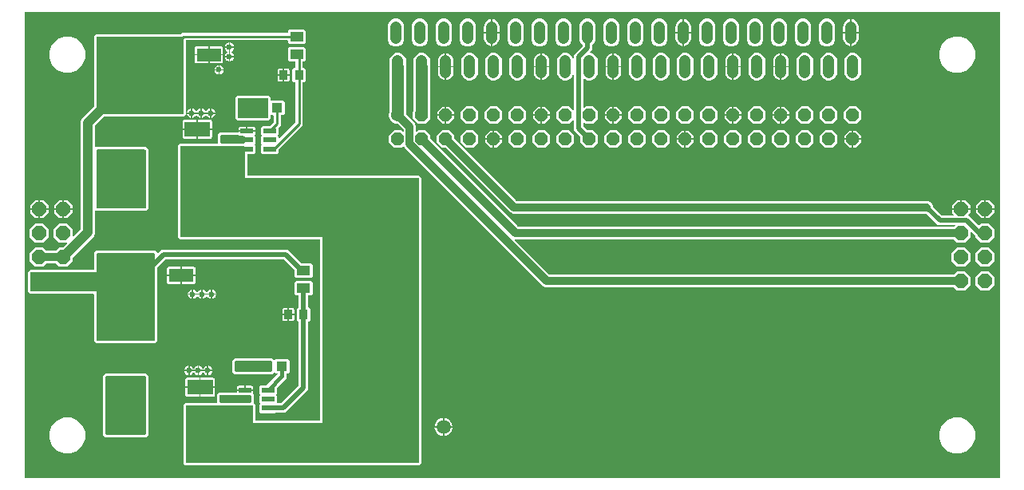
<source format=gbr>
G04 EAGLE Gerber RS-274X export*
G75*
%MOMM*%
%FSLAX34Y34*%
%LPD*%
%INTop Copper*%
%IPPOS*%
%AMOC8*
5,1,8,0,0,1.08239X$1,22.5*%
G01*
%ADD10R,1.100000X1.000000*%
%ADD11R,2.700000X1.600000*%
%ADD12R,2.600000X1.400000*%
%ADD13C,1.500000*%
%ADD14R,3.400000X2.400000*%
%ADD15R,0.870000X0.980000*%
%ADD16R,1.400000X1.020000*%
%ADD17C,1.371600*%
%ADD18P,1.484606X8X22.500000*%
%ADD19P,1.649562X8X112.500000*%
%ADD20C,1.219200*%
%ADD21R,1.320800X0.558800*%
%ADD22C,0.600000*%
%ADD23C,0.812800*%
%ADD24C,0.254000*%
%ADD25C,1.016000*%
%ADD26C,1.270000*%
%ADD27C,0.508000*%
%ADD28C,0.406400*%

G36*
X1037129Y2552D02*
X1037129Y2552D01*
X1037180Y2554D01*
X1037212Y2572D01*
X1037248Y2580D01*
X1037287Y2613D01*
X1037332Y2637D01*
X1037353Y2667D01*
X1037381Y2690D01*
X1037402Y2737D01*
X1037432Y2779D01*
X1037440Y2821D01*
X1037452Y2849D01*
X1037451Y2879D01*
X1037459Y2921D01*
X1037459Y497079D01*
X1037448Y497129D01*
X1037446Y497180D01*
X1037428Y497212D01*
X1037420Y497248D01*
X1037387Y497287D01*
X1037363Y497332D01*
X1037333Y497353D01*
X1037310Y497381D01*
X1037263Y497402D01*
X1037221Y497432D01*
X1037179Y497440D01*
X1037151Y497452D01*
X1037121Y497451D01*
X1037079Y497459D01*
X2921Y497459D01*
X2871Y497448D01*
X2820Y497446D01*
X2788Y497428D01*
X2752Y497420D01*
X2713Y497387D01*
X2668Y497363D01*
X2647Y497333D01*
X2619Y497310D01*
X2598Y497263D01*
X2568Y497221D01*
X2560Y497179D01*
X2548Y497151D01*
X2549Y497121D01*
X2541Y497079D01*
X2541Y2921D01*
X2552Y2871D01*
X2554Y2820D01*
X2572Y2788D01*
X2580Y2752D01*
X2613Y2713D01*
X2637Y2668D01*
X2667Y2647D01*
X2690Y2619D01*
X2737Y2598D01*
X2779Y2568D01*
X2821Y2560D01*
X2849Y2548D01*
X2879Y2549D01*
X2921Y2541D01*
X1037079Y2541D01*
X1037129Y2552D01*
G37*
%LPC*%
G36*
X173422Y16189D02*
X173422Y16189D01*
X171189Y18422D01*
X171189Y80578D01*
X173422Y82811D01*
X206809Y82811D01*
X206859Y82822D01*
X206910Y82824D01*
X206942Y82842D01*
X206978Y82850D01*
X207017Y82883D01*
X207062Y82907D01*
X207083Y82937D01*
X207111Y82960D01*
X207132Y83007D01*
X207162Y83049D01*
X207170Y83091D01*
X207182Y83119D01*
X207181Y83149D01*
X207189Y83191D01*
X207189Y91578D01*
X209422Y93811D01*
X227523Y93811D01*
X227573Y93822D01*
X227624Y93824D01*
X227656Y93842D01*
X227692Y93850D01*
X227731Y93883D01*
X227776Y93907D01*
X227797Y93937D01*
X227825Y93960D01*
X227846Y94007D01*
X227876Y94049D01*
X227884Y94091D01*
X227896Y94119D01*
X227895Y94149D01*
X227903Y94191D01*
X227903Y95339D01*
X236127Y95339D01*
X236177Y95350D01*
X236228Y95352D01*
X236260Y95370D01*
X236296Y95378D01*
X236335Y95411D01*
X236380Y95435D01*
X236401Y95465D01*
X236429Y95488D01*
X236450Y95535D01*
X236480Y95577D01*
X236488Y95619D01*
X236500Y95647D01*
X236499Y95677D01*
X236507Y95719D01*
X236507Y96101D01*
X236509Y96101D01*
X236509Y95719D01*
X236520Y95669D01*
X236522Y95618D01*
X236540Y95586D01*
X236548Y95550D01*
X236581Y95511D01*
X236605Y95466D01*
X236635Y95445D01*
X236659Y95417D01*
X236705Y95396D01*
X236747Y95366D01*
X236789Y95358D01*
X236817Y95346D01*
X236847Y95347D01*
X236889Y95339D01*
X245113Y95339D01*
X245113Y92908D01*
X245025Y92696D01*
X245015Y92634D01*
X244997Y92573D01*
X245001Y92549D01*
X244997Y92525D01*
X245015Y92464D01*
X245026Y92402D01*
X245041Y92380D01*
X245048Y92360D01*
X245074Y92332D01*
X245107Y92282D01*
X245811Y91578D01*
X245811Y82736D01*
X245824Y82679D01*
X245824Y82673D01*
X245826Y82669D01*
X245828Y82662D01*
X245841Y82587D01*
X245848Y82577D01*
X245850Y82567D01*
X245874Y82538D01*
X245922Y82467D01*
X247811Y80578D01*
X247811Y64191D01*
X247822Y64141D01*
X247824Y64090D01*
X247842Y64058D01*
X247850Y64022D01*
X247883Y63983D01*
X247907Y63938D01*
X247937Y63917D01*
X247960Y63889D01*
X248007Y63868D01*
X248049Y63838D01*
X248091Y63830D01*
X248119Y63818D01*
X248149Y63819D01*
X248191Y63811D01*
X315809Y63811D01*
X315859Y63822D01*
X315910Y63824D01*
X315942Y63842D01*
X315978Y63850D01*
X316017Y63883D01*
X316062Y63907D01*
X316083Y63937D01*
X316111Y63960D01*
X316132Y64007D01*
X316162Y64049D01*
X316170Y64091D01*
X316182Y64119D01*
X316181Y64149D01*
X316189Y64191D01*
X316189Y255809D01*
X316178Y255859D01*
X316176Y255910D01*
X316158Y255942D01*
X316150Y255978D01*
X316117Y256017D01*
X316093Y256062D01*
X316063Y256083D01*
X316040Y256111D01*
X315993Y256132D01*
X315951Y256162D01*
X315909Y256170D01*
X315881Y256182D01*
X315851Y256181D01*
X315809Y256189D01*
X167422Y256189D01*
X165189Y258422D01*
X165189Y355578D01*
X167422Y357811D01*
X207809Y357811D01*
X207859Y357822D01*
X207910Y357824D01*
X207942Y357842D01*
X207978Y357850D01*
X208017Y357883D01*
X208062Y357907D01*
X208083Y357937D01*
X208111Y357960D01*
X208132Y358007D01*
X208162Y358049D01*
X208170Y358091D01*
X208182Y358119D01*
X208181Y358149D01*
X208189Y358191D01*
X208189Y367578D01*
X210422Y369811D01*
X229623Y369811D01*
X229673Y369822D01*
X229724Y369824D01*
X229756Y369842D01*
X229792Y369850D01*
X229831Y369883D01*
X229876Y369907D01*
X229897Y369937D01*
X229925Y369960D01*
X229946Y370007D01*
X229976Y370049D01*
X229984Y370091D01*
X229996Y370119D01*
X229995Y370149D01*
X230003Y370191D01*
X230003Y370239D01*
X238227Y370239D01*
X238277Y370250D01*
X238328Y370252D01*
X238360Y370270D01*
X238396Y370278D01*
X238435Y370311D01*
X238480Y370335D01*
X238501Y370365D01*
X238529Y370388D01*
X238550Y370435D01*
X238580Y370477D01*
X238588Y370519D01*
X238600Y370547D01*
X238600Y370550D01*
X238599Y370578D01*
X238607Y370619D01*
X238607Y371001D01*
X238609Y371001D01*
X238609Y370619D01*
X238620Y370569D01*
X238622Y370518D01*
X238640Y370486D01*
X238648Y370450D01*
X238681Y370411D01*
X238705Y370366D01*
X238735Y370345D01*
X238759Y370317D01*
X238805Y370296D01*
X238847Y370266D01*
X238889Y370258D01*
X238917Y370246D01*
X238947Y370247D01*
X238989Y370239D01*
X247213Y370239D01*
X247213Y367808D01*
X246908Y367073D01*
X246736Y366901D01*
X246709Y366857D01*
X246675Y366820D01*
X246664Y366785D01*
X246645Y366754D01*
X246640Y366703D01*
X246625Y366654D01*
X246632Y366618D01*
X246628Y366581D01*
X246646Y366533D01*
X246655Y366483D01*
X246679Y366448D01*
X246690Y366419D01*
X246712Y366398D01*
X246736Y366363D01*
X247753Y365346D01*
X247753Y357654D01*
X247118Y357019D01*
X247091Y356976D01*
X247056Y356938D01*
X247046Y356903D01*
X247027Y356872D01*
X247022Y356821D01*
X247007Y356772D01*
X247014Y356736D01*
X247010Y356699D01*
X247028Y356652D01*
X247037Y356601D01*
X247061Y356566D01*
X247072Y356537D01*
X247094Y356516D01*
X247118Y356481D01*
X247753Y355846D01*
X247753Y348154D01*
X246264Y346665D01*
X239191Y346665D01*
X239141Y346654D01*
X239090Y346652D01*
X239058Y346634D01*
X239022Y346626D01*
X238983Y346593D01*
X238938Y346569D01*
X238917Y346539D01*
X238889Y346516D01*
X238868Y346469D01*
X238838Y346427D01*
X238830Y346385D01*
X238818Y346357D01*
X238819Y346327D01*
X238811Y346285D01*
X238811Y324191D01*
X238822Y324141D01*
X238824Y324090D01*
X238842Y324058D01*
X238850Y324022D01*
X238883Y323983D01*
X238907Y323938D01*
X238937Y323917D01*
X238960Y323889D01*
X239007Y323868D01*
X239049Y323838D01*
X239091Y323830D01*
X239119Y323818D01*
X239149Y323819D01*
X239191Y323811D01*
X421578Y323811D01*
X423811Y321578D01*
X423811Y18422D01*
X421578Y16189D01*
X173422Y16189D01*
G37*
%LPD*%
G36*
X421254Y320118D02*
X421254Y320118D01*
X421247Y320237D01*
X421234Y320275D01*
X421229Y320316D01*
X421186Y320426D01*
X421149Y320539D01*
X421127Y320574D01*
X421112Y320611D01*
X421043Y320707D01*
X420979Y320808D01*
X420949Y320836D01*
X420926Y320869D01*
X420834Y320945D01*
X420747Y321026D01*
X420712Y321046D01*
X420681Y321071D01*
X420573Y321122D01*
X420469Y321180D01*
X420429Y321190D01*
X420393Y321207D01*
X420276Y321229D01*
X420161Y321259D01*
X420101Y321263D01*
X420081Y321267D01*
X420060Y321265D01*
X420000Y321269D01*
X236269Y321269D01*
X236269Y354000D01*
X236254Y354118D01*
X236247Y354237D01*
X236234Y354275D01*
X236229Y354316D01*
X236186Y354426D01*
X236149Y354539D01*
X236127Y354574D01*
X236112Y354611D01*
X236043Y354707D01*
X235979Y354808D01*
X235949Y354836D01*
X235926Y354869D01*
X235834Y354945D01*
X235747Y355026D01*
X235712Y355046D01*
X235681Y355071D01*
X235573Y355122D01*
X235469Y355180D01*
X235429Y355190D01*
X235393Y355207D01*
X235276Y355229D01*
X235161Y355259D01*
X235101Y355263D01*
X235081Y355267D01*
X235060Y355265D01*
X235000Y355269D01*
X169000Y355269D01*
X168882Y355254D01*
X168763Y355247D01*
X168725Y355234D01*
X168684Y355229D01*
X168574Y355186D01*
X168461Y355149D01*
X168426Y355127D01*
X168389Y355112D01*
X168293Y355043D01*
X168192Y354979D01*
X168164Y354949D01*
X168131Y354926D01*
X168056Y354834D01*
X167974Y354747D01*
X167954Y354712D01*
X167929Y354681D01*
X167878Y354573D01*
X167820Y354469D01*
X167810Y354429D01*
X167793Y354393D01*
X167771Y354276D01*
X167741Y354161D01*
X167737Y354101D01*
X167733Y354081D01*
X167735Y354060D01*
X167731Y354000D01*
X167731Y260000D01*
X167746Y259882D01*
X167753Y259763D01*
X167766Y259725D01*
X167771Y259684D01*
X167814Y259574D01*
X167851Y259461D01*
X167873Y259426D01*
X167888Y259389D01*
X167958Y259293D01*
X168021Y259192D01*
X168051Y259164D01*
X168074Y259131D01*
X168166Y259056D01*
X168253Y258974D01*
X168288Y258954D01*
X168319Y258929D01*
X168427Y258878D01*
X168531Y258820D01*
X168571Y258810D01*
X168607Y258793D01*
X168724Y258771D01*
X168839Y258741D01*
X168900Y258737D01*
X168920Y258733D01*
X168940Y258735D01*
X169000Y258731D01*
X318731Y258731D01*
X318731Y61269D01*
X245269Y61269D01*
X245269Y79000D01*
X245254Y79118D01*
X245247Y79237D01*
X245234Y79275D01*
X245229Y79316D01*
X245186Y79426D01*
X245149Y79539D01*
X245127Y79574D01*
X245112Y79611D01*
X245043Y79707D01*
X244979Y79808D01*
X244949Y79836D01*
X244926Y79869D01*
X244834Y79945D01*
X244747Y80026D01*
X244712Y80046D01*
X244681Y80071D01*
X244573Y80122D01*
X244469Y80180D01*
X244429Y80190D01*
X244393Y80207D01*
X244276Y80229D01*
X244161Y80259D01*
X244101Y80263D01*
X244081Y80267D01*
X244060Y80265D01*
X244000Y80269D01*
X175000Y80269D01*
X174882Y80254D01*
X174763Y80247D01*
X174725Y80234D01*
X174684Y80229D01*
X174574Y80186D01*
X174461Y80149D01*
X174426Y80127D01*
X174389Y80112D01*
X174293Y80043D01*
X174192Y79979D01*
X174164Y79949D01*
X174131Y79926D01*
X174056Y79834D01*
X173974Y79747D01*
X173954Y79712D01*
X173929Y79681D01*
X173878Y79573D01*
X173820Y79469D01*
X173810Y79429D01*
X173793Y79393D01*
X173771Y79276D01*
X173741Y79161D01*
X173737Y79101D01*
X173733Y79081D01*
X173735Y79060D01*
X173731Y79000D01*
X173731Y20000D01*
X173746Y19882D01*
X173753Y19763D01*
X173766Y19725D01*
X173771Y19684D01*
X173814Y19574D01*
X173851Y19461D01*
X173873Y19426D01*
X173888Y19389D01*
X173958Y19293D01*
X174021Y19192D01*
X174051Y19164D01*
X174074Y19131D01*
X174166Y19056D01*
X174253Y18974D01*
X174288Y18954D01*
X174319Y18929D01*
X174427Y18878D01*
X174531Y18820D01*
X174571Y18810D01*
X174607Y18793D01*
X174724Y18771D01*
X174839Y18741D01*
X174900Y18737D01*
X174920Y18733D01*
X174940Y18735D01*
X175000Y18731D01*
X420000Y18731D01*
X420118Y18746D01*
X420237Y18753D01*
X420275Y18766D01*
X420316Y18771D01*
X420426Y18814D01*
X420539Y18851D01*
X420574Y18873D01*
X420611Y18888D01*
X420707Y18958D01*
X420808Y19021D01*
X420836Y19051D01*
X420869Y19074D01*
X420945Y19166D01*
X421026Y19253D01*
X421046Y19288D01*
X421071Y19319D01*
X421122Y19427D01*
X421180Y19531D01*
X421190Y19571D01*
X421207Y19607D01*
X421229Y19724D01*
X421259Y19839D01*
X421263Y19900D01*
X421267Y19920D01*
X421265Y19940D01*
X421269Y20000D01*
X421269Y320000D01*
X421254Y320118D01*
G37*
%LPC*%
G36*
X992091Y201739D02*
X992091Y201739D01*
X988647Y205184D01*
X988582Y205224D01*
X988520Y205268D01*
X988508Y205270D01*
X988500Y205275D01*
X988462Y205279D01*
X988378Y205295D01*
X555426Y205295D01*
X552998Y206301D01*
X405701Y353598D01*
X405095Y355060D01*
X405073Y355091D01*
X405059Y355127D01*
X405023Y355161D01*
X404994Y355201D01*
X404960Y355219D01*
X404932Y355245D01*
X404885Y355259D01*
X404841Y355282D01*
X404803Y355283D01*
X404766Y355294D01*
X404717Y355286D01*
X404668Y355287D01*
X404633Y355271D01*
X404595Y355264D01*
X404545Y355230D01*
X404511Y355215D01*
X404497Y355198D01*
X404475Y355183D01*
X402493Y353201D01*
X394707Y353201D01*
X389201Y358707D01*
X389201Y366493D01*
X394707Y371999D01*
X402493Y371999D01*
X404046Y370446D01*
X404068Y370432D01*
X404084Y370412D01*
X404141Y370387D01*
X404193Y370354D01*
X404219Y370352D01*
X404243Y370341D01*
X404304Y370344D01*
X404366Y370338D01*
X404390Y370347D01*
X404416Y370348D01*
X404470Y370377D01*
X404528Y370399D01*
X404545Y370418D01*
X404568Y370431D01*
X404603Y370481D01*
X404645Y370526D01*
X404653Y370551D01*
X404668Y370572D01*
X404684Y370657D01*
X404695Y370693D01*
X404693Y370702D01*
X404695Y370715D01*
X404695Y372407D01*
X404678Y372481D01*
X404665Y372555D01*
X404658Y372566D01*
X404656Y372575D01*
X404632Y372604D01*
X404584Y372676D01*
X398770Y378490D01*
X398705Y378530D01*
X398643Y378574D01*
X398631Y378576D01*
X398622Y378581D01*
X398585Y378585D01*
X398501Y378601D01*
X396730Y378601D01*
X393276Y380032D01*
X390632Y382676D01*
X389201Y386130D01*
X389201Y389870D01*
X389680Y391026D01*
X389681Y391028D01*
X389682Y391029D01*
X389689Y391069D01*
X389696Y391084D01*
X389695Y391100D01*
X389709Y391172D01*
X389709Y441068D01*
X389934Y441612D01*
X389935Y441614D01*
X389936Y441615D01*
X389943Y441653D01*
X389945Y441657D01*
X389945Y441661D01*
X389963Y441757D01*
X389963Y447114D01*
X391278Y450288D01*
X393708Y452718D01*
X396882Y454033D01*
X400318Y454033D01*
X403492Y452718D01*
X405922Y450288D01*
X407237Y447114D01*
X407237Y441757D01*
X407237Y441756D01*
X407237Y441754D01*
X407262Y441631D01*
X407262Y441629D01*
X407262Y441628D01*
X407266Y441612D01*
X407491Y441068D01*
X407491Y391172D01*
X407491Y391170D01*
X407491Y391168D01*
X407510Y391074D01*
X407511Y391056D01*
X407515Y391047D01*
X407520Y391026D01*
X407999Y389870D01*
X407999Y388099D01*
X408011Y388047D01*
X408012Y388014D01*
X408021Y387998D01*
X408029Y387950D01*
X408036Y387940D01*
X408038Y387931D01*
X408062Y387902D01*
X408110Y387830D01*
X414988Y380953D01*
X416899Y379041D01*
X417905Y376614D01*
X417905Y370715D01*
X417911Y370689D01*
X417908Y370664D01*
X417930Y370606D01*
X417944Y370546D01*
X417961Y370526D01*
X417970Y370502D01*
X418015Y370460D01*
X418054Y370412D01*
X418078Y370402D01*
X418097Y370384D01*
X418156Y370367D01*
X418213Y370341D01*
X418238Y370342D01*
X418263Y370335D01*
X418324Y370345D01*
X418386Y370348D01*
X418408Y370360D01*
X418434Y370365D01*
X418505Y370413D01*
X418538Y370431D01*
X418544Y370439D01*
X418554Y370446D01*
X420107Y371999D01*
X427893Y371999D01*
X433399Y366493D01*
X433399Y362699D01*
X433416Y362625D01*
X433429Y362551D01*
X433436Y362540D01*
X433438Y362531D01*
X433462Y362502D01*
X433510Y362430D01*
X526524Y269416D01*
X526589Y269376D01*
X526651Y269332D01*
X526663Y269330D01*
X526672Y269325D01*
X526709Y269321D01*
X526793Y269305D01*
X988378Y269305D01*
X988452Y269322D01*
X988527Y269335D01*
X988537Y269342D01*
X988547Y269344D01*
X988575Y269368D01*
X988647Y269416D01*
X989885Y270654D01*
X989898Y270676D01*
X989918Y270692D01*
X989944Y270749D01*
X989976Y270801D01*
X989979Y270827D01*
X989989Y270851D01*
X989987Y270912D01*
X989993Y270974D01*
X989984Y270998D01*
X989983Y271024D01*
X989953Y271078D01*
X989931Y271136D01*
X989912Y271153D01*
X989900Y271176D01*
X989849Y271211D01*
X989804Y271253D01*
X989779Y271261D01*
X989758Y271276D01*
X989674Y271292D01*
X989638Y271303D01*
X989628Y271301D01*
X989616Y271303D01*
X971511Y271303D01*
X959531Y283284D01*
X959466Y283324D01*
X959404Y283368D01*
X959392Y283370D01*
X959384Y283375D01*
X959347Y283379D01*
X959262Y283395D01*
X520686Y283395D01*
X518259Y284401D01*
X449570Y353090D01*
X449505Y353130D01*
X449443Y353174D01*
X449431Y353176D01*
X449422Y353181D01*
X449385Y353185D01*
X449301Y353201D01*
X445507Y353201D01*
X440001Y358707D01*
X440001Y366493D01*
X445507Y371999D01*
X453293Y371999D01*
X458799Y366493D01*
X458799Y362699D01*
X458816Y362625D01*
X458829Y362551D01*
X458836Y362540D01*
X458838Y362531D01*
X458862Y362502D01*
X458910Y362430D01*
X524624Y296716D01*
X524689Y296676D01*
X524751Y296632D01*
X524763Y296630D01*
X524772Y296625D01*
X524809Y296621D01*
X524893Y296605D01*
X961314Y296605D01*
X963741Y295599D01*
X965599Y293741D01*
X966605Y291314D01*
X966605Y290738D01*
X966618Y290682D01*
X966618Y290670D01*
X966622Y290662D01*
X966635Y290589D01*
X966642Y290579D01*
X966644Y290569D01*
X966668Y290540D01*
X966716Y290469D01*
X975609Y281576D01*
X975674Y281536D01*
X975736Y281492D01*
X975748Y281490D01*
X975756Y281485D01*
X975793Y281481D01*
X975878Y281465D01*
X988412Y281465D01*
X988437Y281471D01*
X988462Y281468D01*
X988520Y281490D01*
X988580Y281504D01*
X988600Y281521D01*
X988624Y281530D01*
X988666Y281575D01*
X988714Y281614D01*
X988724Y281638D01*
X988742Y281657D01*
X988760Y281716D01*
X988785Y281773D01*
X988784Y281798D01*
X988791Y281823D01*
X988781Y281884D01*
X988778Y281946D01*
X988766Y281968D01*
X988761Y281994D01*
X988713Y282065D01*
X988695Y282098D01*
X988687Y282104D01*
X988680Y282114D01*
X986679Y284115D01*
X986679Y287339D01*
X995919Y287339D01*
X995969Y287350D01*
X996020Y287352D01*
X996052Y287370D01*
X996088Y287378D01*
X996127Y287411D01*
X996172Y287435D01*
X996193Y287465D01*
X996221Y287488D01*
X996242Y287535D01*
X996271Y287577D01*
X996280Y287619D01*
X996292Y287647D01*
X996292Y287655D01*
X996292Y287656D01*
X996291Y287679D01*
X996299Y287719D01*
X996299Y288101D01*
X996301Y288101D01*
X996301Y287719D01*
X996313Y287669D01*
X996314Y287618D01*
X996332Y287586D01*
X996340Y287550D01*
X996373Y287511D01*
X996397Y287466D01*
X996427Y287445D01*
X996451Y287417D01*
X996497Y287396D01*
X996539Y287366D01*
X996581Y287358D01*
X996609Y287346D01*
X996639Y287347D01*
X996681Y287339D01*
X1005921Y287339D01*
X1005921Y284115D01*
X1003920Y282114D01*
X1003906Y282092D01*
X1003886Y282076D01*
X1003861Y282019D01*
X1003828Y281967D01*
X1003826Y281941D01*
X1003815Y281917D01*
X1003818Y281856D01*
X1003812Y281794D01*
X1003821Y281770D01*
X1003822Y281744D01*
X1003851Y281690D01*
X1003873Y281632D01*
X1003892Y281615D01*
X1003905Y281592D01*
X1003955Y281557D01*
X1004000Y281515D01*
X1004025Y281507D01*
X1004046Y281492D01*
X1004131Y281476D01*
X1004167Y281465D01*
X1004176Y281467D01*
X1004188Y281465D01*
X1004244Y281465D01*
X1014901Y270808D01*
X1014944Y270781D01*
X1014982Y270746D01*
X1015017Y270736D01*
X1015048Y270717D01*
X1015099Y270712D01*
X1015148Y270697D01*
X1015184Y270704D01*
X1015221Y270700D01*
X1015268Y270718D01*
X1015319Y270727D01*
X1015354Y270751D01*
X1015382Y270762D01*
X1015403Y270784D01*
X1015439Y270808D01*
X1017491Y272861D01*
X1025909Y272861D01*
X1031861Y266909D01*
X1031861Y258491D01*
X1025909Y252539D01*
X1017491Y252539D01*
X1011539Y258491D01*
X1011539Y259642D01*
X1011522Y259716D01*
X1011509Y259790D01*
X1011502Y259801D01*
X1011500Y259810D01*
X1011476Y259839D01*
X1011428Y259911D01*
X1007110Y264229D01*
X1007088Y264242D01*
X1007072Y264262D01*
X1007015Y264287D01*
X1006963Y264320D01*
X1006937Y264322D01*
X1006913Y264333D01*
X1006852Y264331D01*
X1006790Y264337D01*
X1006766Y264327D01*
X1006740Y264326D01*
X1006686Y264297D01*
X1006628Y264275D01*
X1006611Y264256D01*
X1006588Y264244D01*
X1006553Y264193D01*
X1006511Y264148D01*
X1006503Y264123D01*
X1006488Y264102D01*
X1006472Y264017D01*
X1006461Y263982D01*
X1006463Y263972D01*
X1006461Y263960D01*
X1006461Y258491D01*
X1000509Y252539D01*
X992091Y252539D01*
X988647Y255984D01*
X988582Y256024D01*
X988520Y256068D01*
X988508Y256070D01*
X988500Y256075D01*
X988462Y256079D01*
X988378Y256095D01*
X522803Y256095D01*
X522778Y256089D01*
X522752Y256092D01*
X522694Y256070D01*
X522634Y256056D01*
X522614Y256039D01*
X522590Y256030D01*
X522548Y255985D01*
X522500Y255946D01*
X522490Y255922D01*
X522472Y255903D01*
X522455Y255844D01*
X522429Y255787D01*
X522430Y255762D01*
X522423Y255737D01*
X522434Y255676D01*
X522436Y255614D01*
X522448Y255592D01*
X522453Y255566D01*
X522501Y255495D01*
X522519Y255462D01*
X522527Y255456D01*
X522534Y255446D01*
X559364Y218616D01*
X559428Y218576D01*
X559490Y218532D01*
X559503Y218530D01*
X559511Y218525D01*
X559548Y218521D01*
X559633Y218505D01*
X988378Y218505D01*
X988452Y218522D01*
X988527Y218535D01*
X988537Y218542D01*
X988547Y218544D01*
X988575Y218568D01*
X988647Y218616D01*
X992091Y222061D01*
X1000509Y222061D01*
X1006461Y216109D01*
X1006461Y207691D01*
X1000509Y201739D01*
X992091Y201739D01*
G37*
%LPD*%
%LPC*%
G36*
X14091Y227139D02*
X14091Y227139D01*
X8139Y233091D01*
X8139Y241509D01*
X14091Y247461D01*
X22509Y247461D01*
X25953Y244016D01*
X26018Y243976D01*
X26080Y243932D01*
X26092Y243930D01*
X26101Y243925D01*
X26138Y243921D01*
X26222Y243905D01*
X35778Y243905D01*
X35852Y243922D01*
X35927Y243935D01*
X35937Y243942D01*
X35947Y243944D01*
X35975Y243968D01*
X36047Y244016D01*
X39491Y247461D01*
X42926Y247461D01*
X43000Y247478D01*
X43075Y247491D01*
X43085Y247498D01*
X43095Y247500D01*
X43123Y247524D01*
X43195Y247572D01*
X47513Y251890D01*
X47526Y251912D01*
X47546Y251928D01*
X47572Y251985D01*
X47604Y252037D01*
X47607Y252063D01*
X47617Y252087D01*
X47615Y252148D01*
X47621Y252210D01*
X47612Y252234D01*
X47611Y252260D01*
X47581Y252314D01*
X47559Y252372D01*
X47540Y252389D01*
X47528Y252412D01*
X47477Y252447D01*
X47432Y252489D01*
X47407Y252497D01*
X47386Y252512D01*
X47302Y252528D01*
X47266Y252539D01*
X47256Y252537D01*
X47244Y252539D01*
X39491Y252539D01*
X33539Y258491D01*
X33539Y266909D01*
X39491Y272861D01*
X47909Y272861D01*
X53861Y266909D01*
X53861Y259156D01*
X53867Y259131D01*
X53864Y259105D01*
X53886Y259048D01*
X53900Y258987D01*
X53917Y258967D01*
X53926Y258943D01*
X53971Y258901D01*
X54010Y258854D01*
X54034Y258843D01*
X54053Y258826D01*
X54112Y258808D01*
X54169Y258783D01*
X54194Y258784D01*
X54219Y258776D01*
X54280Y258787D01*
X54342Y258789D01*
X54364Y258802D01*
X54390Y258806D01*
X54461Y258854D01*
X54494Y258872D01*
X54500Y258880D01*
X54510Y258887D01*
X62268Y266645D01*
X62308Y266710D01*
X62352Y266772D01*
X62354Y266784D01*
X62359Y266792D01*
X62363Y266829D01*
X62379Y266914D01*
X62379Y381516D01*
X63539Y384317D01*
X76078Y396855D01*
X76118Y396920D01*
X76162Y396982D01*
X76164Y396994D01*
X76169Y397002D01*
X76173Y397039D01*
X76189Y397124D01*
X76189Y471578D01*
X78422Y473811D01*
X168264Y473811D01*
X168338Y473828D01*
X168413Y473841D01*
X168423Y473848D01*
X168433Y473850D01*
X168462Y473874D01*
X168533Y473922D01*
X169522Y474911D01*
X281579Y474911D01*
X281629Y474922D01*
X281680Y474924D01*
X281712Y474942D01*
X281748Y474950D01*
X281787Y474983D01*
X281832Y475007D01*
X281853Y475037D01*
X281881Y475060D01*
X281902Y475107D01*
X281932Y475149D01*
X281940Y475191D01*
X281952Y475219D01*
X281951Y475249D01*
X281959Y475291D01*
X281959Y477252D01*
X283448Y478741D01*
X299552Y478741D01*
X301041Y477252D01*
X301041Y464948D01*
X299552Y463459D01*
X283448Y463459D01*
X281959Y464948D01*
X281959Y466909D01*
X281948Y466959D01*
X281946Y467010D01*
X281928Y467042D01*
X281920Y467078D01*
X281887Y467117D01*
X281863Y467162D01*
X281833Y467183D01*
X281810Y467211D01*
X281763Y467232D01*
X281721Y467262D01*
X281679Y467270D01*
X281651Y467282D01*
X281621Y467281D01*
X281579Y467289D01*
X174191Y467289D01*
X174141Y467278D01*
X174090Y467276D01*
X174058Y467258D01*
X174022Y467250D01*
X173983Y467217D01*
X173938Y467193D01*
X173917Y467163D01*
X173889Y467140D01*
X173868Y467093D01*
X173838Y467051D01*
X173830Y467009D01*
X173818Y466981D01*
X173819Y466951D01*
X173811Y466909D01*
X173811Y388422D01*
X171578Y386189D01*
X87124Y386189D01*
X87050Y386172D01*
X86975Y386159D01*
X86965Y386152D01*
X86955Y386150D01*
X86927Y386126D01*
X86855Y386078D01*
X77732Y376955D01*
X77723Y376940D01*
X77719Y376937D01*
X77715Y376927D01*
X77692Y376890D01*
X77648Y376828D01*
X77646Y376816D01*
X77641Y376808D01*
X77637Y376771D01*
X77621Y376686D01*
X77621Y353928D01*
X77627Y353903D01*
X77624Y353877D01*
X77646Y353819D01*
X77660Y353759D01*
X77677Y353739D01*
X77686Y353715D01*
X77731Y353673D01*
X77770Y353626D01*
X77794Y353615D01*
X77813Y353597D01*
X77872Y353580D01*
X77929Y353555D01*
X77954Y353556D01*
X77979Y353548D01*
X78040Y353559D01*
X78102Y353561D01*
X78124Y353574D01*
X78150Y353578D01*
X78221Y353626D01*
X78254Y353644D01*
X78260Y353652D01*
X78270Y353659D01*
X78422Y353811D01*
X131578Y353811D01*
X133811Y351578D01*
X133811Y288422D01*
X131578Y286189D01*
X78422Y286189D01*
X78270Y286341D01*
X78248Y286355D01*
X78232Y286374D01*
X78175Y286400D01*
X78123Y286432D01*
X78097Y286435D01*
X78073Y286445D01*
X78012Y286443D01*
X77950Y286449D01*
X77926Y286440D01*
X77900Y286439D01*
X77846Y286409D01*
X77788Y286387D01*
X77771Y286368D01*
X77748Y286356D01*
X77713Y286306D01*
X77671Y286260D01*
X77663Y286235D01*
X77648Y286214D01*
X77632Y286130D01*
X77621Y286094D01*
X77623Y286084D01*
X77621Y286072D01*
X77621Y262084D01*
X76461Y259283D01*
X74263Y257086D01*
X53972Y236795D01*
X53932Y236730D01*
X53888Y236668D01*
X53886Y236656D01*
X53881Y236648D01*
X53877Y236611D01*
X53861Y236526D01*
X53861Y233091D01*
X47909Y227139D01*
X39491Y227139D01*
X36047Y230584D01*
X35982Y230624D01*
X35920Y230668D01*
X35908Y230670D01*
X35899Y230675D01*
X35862Y230679D01*
X35778Y230695D01*
X26222Y230695D01*
X26148Y230678D01*
X26073Y230665D01*
X26063Y230658D01*
X26053Y230656D01*
X26025Y230632D01*
X25953Y230584D01*
X22509Y227139D01*
X14091Y227139D01*
G37*
%LPD*%
%LPC*%
G36*
X78422Y146189D02*
X78422Y146189D01*
X76189Y148422D01*
X76189Y197809D01*
X76178Y197859D01*
X76176Y197910D01*
X76158Y197942D01*
X76150Y197978D01*
X76117Y198017D01*
X76093Y198062D01*
X76063Y198083D01*
X76040Y198111D01*
X75993Y198132D01*
X75951Y198162D01*
X75909Y198170D01*
X75881Y198182D01*
X75851Y198181D01*
X75809Y198189D01*
X8422Y198189D01*
X6189Y200422D01*
X6189Y221578D01*
X8422Y223811D01*
X75809Y223811D01*
X75859Y223822D01*
X75910Y223824D01*
X75942Y223842D01*
X75978Y223850D01*
X76017Y223883D01*
X76062Y223907D01*
X76083Y223937D01*
X76111Y223960D01*
X76132Y224007D01*
X76162Y224049D01*
X76170Y224091D01*
X76182Y224119D01*
X76181Y224149D01*
X76182Y224153D01*
X76182Y224154D01*
X76182Y224155D01*
X76189Y224191D01*
X76189Y241578D01*
X78422Y243811D01*
X141578Y243811D01*
X143833Y241556D01*
X143876Y241529D01*
X143914Y241494D01*
X143949Y241484D01*
X143980Y241465D01*
X144031Y241460D01*
X144080Y241445D01*
X144116Y241452D01*
X144153Y241448D01*
X144200Y241466D01*
X144251Y241475D01*
X144286Y241499D01*
X144315Y241510D01*
X144336Y241532D01*
X144371Y241556D01*
X147895Y245081D01*
X282105Y245081D01*
X296433Y230752D01*
X296498Y230712D01*
X296560Y230668D01*
X296572Y230666D01*
X296580Y230661D01*
X296617Y230657D01*
X296702Y230641D01*
X306652Y230641D01*
X308141Y229152D01*
X308141Y216848D01*
X306652Y215359D01*
X290548Y215359D01*
X289059Y216848D01*
X289059Y223598D01*
X289042Y223672D01*
X289029Y223747D01*
X289022Y223757D01*
X289020Y223767D01*
X288996Y223796D01*
X288948Y223867D01*
X278007Y234808D01*
X277942Y234848D01*
X277880Y234892D01*
X277868Y234894D01*
X277860Y234899D01*
X277823Y234903D01*
X277738Y234919D01*
X152262Y234919D01*
X152188Y234902D01*
X152113Y234889D01*
X152103Y234882D01*
X152093Y234880D01*
X152064Y234856D01*
X151993Y234808D01*
X143922Y226737D01*
X143882Y226672D01*
X143838Y226610D01*
X143836Y226598D01*
X143831Y226590D01*
X143827Y226553D01*
X143811Y226468D01*
X143811Y148422D01*
X141578Y146189D01*
X78422Y146189D01*
G37*
%LPD*%
G36*
X170118Y388746D02*
X170118Y388746D01*
X170237Y388753D01*
X170275Y388766D01*
X170316Y388771D01*
X170426Y388814D01*
X170539Y388851D01*
X170574Y388873D01*
X170611Y388888D01*
X170707Y388958D01*
X170808Y389021D01*
X170836Y389051D01*
X170869Y389074D01*
X170945Y389166D01*
X171026Y389253D01*
X171046Y389288D01*
X171071Y389319D01*
X171122Y389427D01*
X171180Y389531D01*
X171190Y389571D01*
X171207Y389607D01*
X171229Y389724D01*
X171259Y389839D01*
X171263Y389900D01*
X171267Y389920D01*
X171265Y389940D01*
X171269Y390000D01*
X171269Y470000D01*
X171254Y470118D01*
X171247Y470237D01*
X171234Y470275D01*
X171229Y470316D01*
X171186Y470426D01*
X171149Y470539D01*
X171127Y470574D01*
X171112Y470611D01*
X171043Y470707D01*
X170979Y470808D01*
X170949Y470836D01*
X170926Y470869D01*
X170834Y470945D01*
X170747Y471026D01*
X170712Y471046D01*
X170681Y471071D01*
X170573Y471122D01*
X170469Y471180D01*
X170429Y471190D01*
X170393Y471207D01*
X170276Y471229D01*
X170161Y471259D01*
X170101Y471263D01*
X170081Y471267D01*
X170060Y471265D01*
X170000Y471269D01*
X80000Y471269D01*
X79882Y471254D01*
X79763Y471247D01*
X79725Y471234D01*
X79684Y471229D01*
X79574Y471186D01*
X79461Y471149D01*
X79426Y471127D01*
X79389Y471112D01*
X79293Y471043D01*
X79192Y470979D01*
X79164Y470949D01*
X79131Y470926D01*
X79056Y470834D01*
X78974Y470747D01*
X78954Y470712D01*
X78929Y470681D01*
X78878Y470573D01*
X78820Y470469D01*
X78810Y470429D01*
X78793Y470393D01*
X78771Y470276D01*
X78741Y470161D01*
X78737Y470101D01*
X78733Y470081D01*
X78735Y470060D01*
X78734Y470045D01*
X78733Y470043D01*
X78733Y470042D01*
X78731Y470000D01*
X78731Y390000D01*
X78746Y389882D01*
X78753Y389763D01*
X78766Y389725D01*
X78771Y389684D01*
X78814Y389574D01*
X78851Y389461D01*
X78873Y389426D01*
X78888Y389389D01*
X78958Y389293D01*
X79021Y389192D01*
X79051Y389164D01*
X79074Y389131D01*
X79166Y389056D01*
X79253Y388974D01*
X79288Y388954D01*
X79319Y388929D01*
X79427Y388878D01*
X79531Y388820D01*
X79571Y388810D01*
X79607Y388793D01*
X79724Y388771D01*
X79839Y388741D01*
X79900Y388737D01*
X79920Y388733D01*
X79940Y388735D01*
X80000Y388731D01*
X170000Y388731D01*
X170118Y388746D01*
G37*
G36*
X140118Y148746D02*
X140118Y148746D01*
X140237Y148753D01*
X140275Y148766D01*
X140316Y148771D01*
X140426Y148814D01*
X140539Y148851D01*
X140574Y148873D01*
X140611Y148888D01*
X140707Y148958D01*
X140808Y149021D01*
X140836Y149051D01*
X140869Y149074D01*
X140945Y149166D01*
X141026Y149253D01*
X141046Y149288D01*
X141071Y149319D01*
X141122Y149427D01*
X141180Y149531D01*
X141190Y149571D01*
X141207Y149607D01*
X141229Y149724D01*
X141259Y149839D01*
X141263Y149900D01*
X141267Y149920D01*
X141265Y149940D01*
X141269Y150000D01*
X141269Y240000D01*
X141254Y240118D01*
X141247Y240237D01*
X141234Y240275D01*
X141229Y240316D01*
X141186Y240426D01*
X141149Y240539D01*
X141127Y240574D01*
X141112Y240611D01*
X141043Y240707D01*
X140979Y240808D01*
X140949Y240836D01*
X140926Y240869D01*
X140834Y240945D01*
X140747Y241026D01*
X140712Y241046D01*
X140681Y241071D01*
X140573Y241122D01*
X140469Y241180D01*
X140429Y241190D01*
X140393Y241207D01*
X140276Y241229D01*
X140161Y241259D01*
X140101Y241263D01*
X140081Y241267D01*
X140060Y241265D01*
X140000Y241269D01*
X80000Y241269D01*
X79882Y241254D01*
X79763Y241247D01*
X79725Y241234D01*
X79684Y241229D01*
X79574Y241186D01*
X79461Y241149D01*
X79426Y241127D01*
X79389Y241112D01*
X79293Y241043D01*
X79192Y240979D01*
X79164Y240949D01*
X79131Y240926D01*
X79056Y240834D01*
X78974Y240747D01*
X78954Y240712D01*
X78929Y240681D01*
X78878Y240573D01*
X78820Y240469D01*
X78810Y240429D01*
X78793Y240393D01*
X78771Y240276D01*
X78741Y240161D01*
X78737Y240101D01*
X78733Y240081D01*
X78735Y240060D01*
X78731Y240000D01*
X78731Y221269D01*
X10000Y221269D01*
X9882Y221254D01*
X9763Y221247D01*
X9725Y221234D01*
X9684Y221229D01*
X9574Y221186D01*
X9461Y221149D01*
X9426Y221127D01*
X9389Y221112D01*
X9293Y221043D01*
X9192Y220979D01*
X9164Y220949D01*
X9131Y220926D01*
X9056Y220834D01*
X8974Y220747D01*
X8954Y220712D01*
X8929Y220681D01*
X8878Y220573D01*
X8820Y220469D01*
X8810Y220429D01*
X8793Y220393D01*
X8771Y220276D01*
X8741Y220161D01*
X8737Y220101D01*
X8733Y220081D01*
X8735Y220060D01*
X8731Y220000D01*
X8731Y202000D01*
X8746Y201882D01*
X8753Y201763D01*
X8766Y201725D01*
X8771Y201684D01*
X8814Y201574D01*
X8851Y201461D01*
X8873Y201426D01*
X8888Y201389D01*
X8958Y201293D01*
X9021Y201192D01*
X9051Y201164D01*
X9074Y201131D01*
X9166Y201056D01*
X9253Y200974D01*
X9288Y200954D01*
X9319Y200929D01*
X9427Y200878D01*
X9531Y200820D01*
X9571Y200810D01*
X9607Y200793D01*
X9724Y200771D01*
X9839Y200741D01*
X9900Y200737D01*
X9920Y200733D01*
X9940Y200735D01*
X10000Y200731D01*
X78731Y200731D01*
X78731Y150000D01*
X78746Y149882D01*
X78753Y149763D01*
X78766Y149725D01*
X78771Y149684D01*
X78814Y149574D01*
X78851Y149461D01*
X78873Y149426D01*
X78888Y149389D01*
X78958Y149293D01*
X79021Y149192D01*
X79051Y149164D01*
X79074Y149131D01*
X79166Y149056D01*
X79253Y148974D01*
X79288Y148954D01*
X79319Y148929D01*
X79427Y148878D01*
X79531Y148820D01*
X79571Y148810D01*
X79607Y148793D01*
X79724Y148771D01*
X79839Y148741D01*
X79900Y148737D01*
X79920Y148733D01*
X79940Y148735D01*
X80000Y148731D01*
X140000Y148731D01*
X140118Y148746D01*
G37*
%LPC*%
G36*
X253236Y71765D02*
X253236Y71765D01*
X251747Y73254D01*
X251747Y80946D01*
X252382Y81581D01*
X252409Y81624D01*
X252444Y81662D01*
X252454Y81697D01*
X252473Y81728D01*
X252478Y81779D01*
X252493Y81828D01*
X252486Y81864D01*
X252490Y81901D01*
X252472Y81948D01*
X252463Y81999D01*
X252439Y82034D01*
X252428Y82063D01*
X252406Y82084D01*
X252382Y82119D01*
X251747Y82754D01*
X251747Y90446D01*
X252382Y91081D01*
X252409Y91124D01*
X252444Y91162D01*
X252454Y91197D01*
X252473Y91228D01*
X252478Y91279D01*
X252493Y91328D01*
X252486Y91364D01*
X252490Y91401D01*
X252472Y91448D01*
X252463Y91499D01*
X252439Y91534D01*
X252428Y91563D01*
X252406Y91584D01*
X252382Y91619D01*
X251747Y92254D01*
X251747Y99946D01*
X253236Y101435D01*
X259602Y101435D01*
X259676Y101452D01*
X259751Y101465D01*
X259761Y101472D01*
X259771Y101474D01*
X259800Y101498D01*
X259871Y101546D01*
X271016Y112691D01*
X271056Y112755D01*
X271100Y112817D01*
X271102Y112829D01*
X271107Y112838D01*
X271111Y112875D01*
X271127Y112960D01*
X271127Y113679D01*
X271116Y113729D01*
X271114Y113780D01*
X271096Y113812D01*
X271088Y113848D01*
X271055Y113887D01*
X271031Y113932D01*
X271001Y113953D01*
X270978Y113981D01*
X270931Y114002D01*
X270889Y114032D01*
X270847Y114040D01*
X270819Y114052D01*
X270789Y114051D01*
X270747Y114059D01*
X269148Y114059D01*
X268067Y115140D01*
X268024Y115167D01*
X267986Y115202D01*
X267951Y115212D01*
X267920Y115231D01*
X267869Y115236D01*
X267820Y115251D01*
X267784Y115244D01*
X267747Y115248D01*
X267700Y115230D01*
X267649Y115221D01*
X267614Y115197D01*
X267585Y115186D01*
X267565Y115164D01*
X267529Y115140D01*
X265578Y113189D01*
X225422Y113189D01*
X223189Y115422D01*
X223189Y127578D01*
X225422Y129811D01*
X265578Y129811D01*
X267429Y127960D01*
X267472Y127933D01*
X267510Y127898D01*
X267545Y127888D01*
X267576Y127869D01*
X267627Y127864D01*
X267676Y127849D01*
X267712Y127856D01*
X267749Y127852D01*
X267797Y127870D01*
X267847Y127879D01*
X267882Y127903D01*
X267911Y127914D01*
X267932Y127936D01*
X267967Y127960D01*
X269148Y129141D01*
X282252Y129141D01*
X283741Y127652D01*
X283741Y115548D01*
X282252Y114059D01*
X280653Y114059D01*
X280603Y114048D01*
X280552Y114046D01*
X280520Y114028D01*
X280484Y114020D01*
X280445Y113987D01*
X280400Y113963D01*
X280379Y113933D01*
X280351Y113910D01*
X280330Y113863D01*
X280300Y113821D01*
X280292Y113779D01*
X280280Y113751D01*
X280281Y113721D01*
X280273Y113679D01*
X280273Y109014D01*
X270148Y98889D01*
X270108Y98825D01*
X270064Y98763D01*
X270062Y98751D01*
X270057Y98742D01*
X270053Y98705D01*
X270037Y98620D01*
X270037Y92254D01*
X269402Y91619D01*
X269375Y91576D01*
X269340Y91538D01*
X269330Y91503D01*
X269311Y91472D01*
X269306Y91421D01*
X269291Y91372D01*
X269298Y91336D01*
X269294Y91299D01*
X269312Y91252D01*
X269321Y91201D01*
X269345Y91166D01*
X269356Y91137D01*
X269378Y91116D01*
X269402Y91081D01*
X270037Y90446D01*
X270037Y82707D01*
X270022Y82683D01*
X270019Y82657D01*
X270009Y82633D01*
X270011Y82572D01*
X270005Y82510D01*
X270014Y82486D01*
X270015Y82460D01*
X270045Y82406D01*
X270067Y82348D01*
X270086Y82331D01*
X270098Y82308D01*
X270148Y82273D01*
X270194Y82231D01*
X270218Y82223D01*
X270240Y82208D01*
X270324Y82192D01*
X270360Y82181D01*
X270370Y82183D01*
X270382Y82181D01*
X274838Y82181D01*
X274912Y82198D01*
X274987Y82211D01*
X274997Y82218D01*
X275007Y82220D01*
X275036Y82244D01*
X275107Y82292D01*
X293558Y100743D01*
X293589Y100793D01*
X293591Y100795D01*
X293595Y100803D01*
X293598Y100808D01*
X293642Y100870D01*
X293644Y100882D01*
X293649Y100890D01*
X293653Y100927D01*
X293654Y100935D01*
X293662Y100953D01*
X293662Y100972D01*
X293669Y101012D01*
X293669Y168779D01*
X293658Y168829D01*
X293656Y168880D01*
X293638Y168912D01*
X293630Y168948D01*
X293597Y168987D01*
X293573Y169032D01*
X293543Y169053D01*
X293520Y169081D01*
X293473Y169102D01*
X293431Y169132D01*
X293389Y169140D01*
X293361Y169152D01*
X293355Y169152D01*
X291859Y170648D01*
X291859Y182552D01*
X293360Y184053D01*
X293390Y184054D01*
X293422Y184072D01*
X293458Y184080D01*
X293497Y184113D01*
X293542Y184137D01*
X293563Y184167D01*
X293591Y184190D01*
X293612Y184237D01*
X293642Y184279D01*
X293650Y184321D01*
X293662Y184349D01*
X293661Y184379D01*
X293669Y184421D01*
X293669Y196179D01*
X293658Y196229D01*
X293656Y196280D01*
X293638Y196312D01*
X293630Y196348D01*
X293597Y196387D01*
X293573Y196432D01*
X293543Y196453D01*
X293520Y196481D01*
X293473Y196502D01*
X293431Y196532D01*
X293389Y196540D01*
X293361Y196552D01*
X293331Y196551D01*
X293289Y196559D01*
X290548Y196559D01*
X289059Y198048D01*
X289059Y210352D01*
X290548Y211841D01*
X306652Y211841D01*
X308141Y210352D01*
X308141Y198048D01*
X306652Y196559D01*
X304211Y196559D01*
X304161Y196548D01*
X304110Y196546D01*
X304078Y196528D01*
X304042Y196520D01*
X304003Y196487D01*
X303958Y196463D01*
X303937Y196433D01*
X303909Y196410D01*
X303888Y196363D01*
X303858Y196321D01*
X303850Y196279D01*
X303838Y196251D01*
X303839Y196221D01*
X303831Y196179D01*
X303831Y184421D01*
X303842Y184371D01*
X303844Y184320D01*
X303862Y184288D01*
X303870Y184252D01*
X303903Y184213D01*
X303927Y184168D01*
X303957Y184147D01*
X303980Y184119D01*
X304027Y184098D01*
X304069Y184068D01*
X304111Y184060D01*
X304139Y184048D01*
X304145Y184048D01*
X305641Y182552D01*
X305641Y170648D01*
X304140Y169147D01*
X304110Y169146D01*
X304078Y169128D01*
X304042Y169120D01*
X304003Y169087D01*
X303958Y169063D01*
X303937Y169033D01*
X303909Y169010D01*
X303888Y168963D01*
X303858Y168921D01*
X303850Y168879D01*
X303838Y168851D01*
X303839Y168821D01*
X303831Y168779D01*
X303831Y96645D01*
X279205Y72019D01*
X268960Y72019D01*
X268886Y72002D01*
X268811Y71989D01*
X268801Y71982D01*
X268791Y71980D01*
X268762Y71956D01*
X268691Y71908D01*
X268548Y71765D01*
X253236Y71765D01*
G37*
%LPD*%
G36*
X130118Y288746D02*
X130118Y288746D01*
X130237Y288753D01*
X130275Y288766D01*
X130316Y288771D01*
X130426Y288814D01*
X130539Y288851D01*
X130574Y288873D01*
X130611Y288888D01*
X130707Y288958D01*
X130808Y289021D01*
X130836Y289051D01*
X130869Y289074D01*
X130945Y289166D01*
X131026Y289253D01*
X131046Y289288D01*
X131071Y289319D01*
X131122Y289427D01*
X131180Y289531D01*
X131190Y289571D01*
X131207Y289607D01*
X131229Y289724D01*
X131259Y289839D01*
X131263Y289900D01*
X131267Y289920D01*
X131265Y289940D01*
X131269Y290000D01*
X131269Y350000D01*
X131254Y350118D01*
X131247Y350237D01*
X131234Y350275D01*
X131229Y350316D01*
X131186Y350426D01*
X131149Y350539D01*
X131127Y350574D01*
X131112Y350611D01*
X131043Y350707D01*
X130979Y350808D01*
X130949Y350836D01*
X130926Y350869D01*
X130834Y350945D01*
X130747Y351026D01*
X130712Y351046D01*
X130681Y351071D01*
X130573Y351122D01*
X130469Y351180D01*
X130429Y351190D01*
X130393Y351207D01*
X130276Y351229D01*
X130161Y351259D01*
X130101Y351263D01*
X130081Y351267D01*
X130060Y351265D01*
X130000Y351269D01*
X80000Y351269D01*
X79882Y351254D01*
X79763Y351247D01*
X79725Y351234D01*
X79684Y351229D01*
X79574Y351186D01*
X79461Y351149D01*
X79426Y351127D01*
X79389Y351112D01*
X79293Y351043D01*
X79192Y350979D01*
X79164Y350949D01*
X79131Y350926D01*
X79056Y350834D01*
X78974Y350747D01*
X78954Y350712D01*
X78929Y350681D01*
X78878Y350573D01*
X78820Y350469D01*
X78810Y350429D01*
X78793Y350393D01*
X78771Y350276D01*
X78741Y350161D01*
X78737Y350101D01*
X78733Y350081D01*
X78735Y350060D01*
X78731Y350000D01*
X78731Y290000D01*
X78746Y289882D01*
X78753Y289763D01*
X78766Y289725D01*
X78771Y289684D01*
X78814Y289574D01*
X78851Y289461D01*
X78873Y289426D01*
X78888Y289389D01*
X78958Y289293D01*
X79021Y289192D01*
X79051Y289164D01*
X79074Y289131D01*
X79166Y289056D01*
X79253Y288974D01*
X79288Y288954D01*
X79319Y288929D01*
X79427Y288878D01*
X79531Y288820D01*
X79571Y288810D01*
X79607Y288793D01*
X79724Y288771D01*
X79839Y288741D01*
X79900Y288737D01*
X79920Y288733D01*
X79940Y288735D01*
X80000Y288731D01*
X130000Y288731D01*
X130118Y288746D01*
G37*
%LPC*%
G36*
X88422Y46189D02*
X88422Y46189D01*
X86189Y48422D01*
X86189Y111578D01*
X88422Y113811D01*
X131578Y113811D01*
X133811Y111578D01*
X133811Y48422D01*
X131578Y46189D01*
X88422Y46189D01*
G37*
%LPD*%
%LPC*%
G36*
X597907Y353201D02*
X597907Y353201D01*
X592401Y358707D01*
X592401Y364656D01*
X592384Y364730D01*
X592371Y364805D01*
X592364Y364815D01*
X592362Y364825D01*
X592338Y364854D01*
X592290Y364925D01*
X585543Y371671D01*
X585543Y382933D01*
X585537Y382959D01*
X585540Y382984D01*
X585518Y383042D01*
X585504Y383102D01*
X585487Y383122D01*
X585478Y383146D01*
X585433Y383188D01*
X585394Y383236D01*
X585370Y383246D01*
X585351Y383264D01*
X585292Y383281D01*
X585235Y383307D01*
X585210Y383306D01*
X585185Y383313D01*
X585124Y383303D01*
X585062Y383300D01*
X585040Y383288D01*
X585014Y383283D01*
X584943Y383235D01*
X584910Y383217D01*
X584904Y383209D01*
X584894Y383202D01*
X580293Y378601D01*
X572507Y378601D01*
X567001Y384107D01*
X567001Y391893D01*
X572507Y397399D01*
X580293Y397399D01*
X584894Y392798D01*
X584916Y392784D01*
X584932Y392764D01*
X584989Y392739D01*
X585041Y392706D01*
X585067Y392704D01*
X585091Y392693D01*
X585152Y392696D01*
X585214Y392690D01*
X585238Y392699D01*
X585264Y392700D01*
X585318Y392729D01*
X585376Y392751D01*
X585393Y392770D01*
X585416Y392783D01*
X585451Y392833D01*
X585493Y392878D01*
X585501Y392903D01*
X585516Y392924D01*
X585532Y393009D01*
X585543Y393045D01*
X585541Y393054D01*
X585543Y393067D01*
X585543Y430797D01*
X585540Y430810D01*
X585542Y430823D01*
X585521Y430894D01*
X585504Y430966D01*
X585496Y430976D01*
X585492Y430988D01*
X585441Y431042D01*
X585394Y431100D01*
X585382Y431105D01*
X585373Y431114D01*
X585303Y431140D01*
X585235Y431171D01*
X585222Y431170D01*
X585210Y431175D01*
X585137Y431167D01*
X585062Y431164D01*
X585051Y431158D01*
X585038Y431156D01*
X584975Y431117D01*
X584910Y431081D01*
X584903Y431071D01*
X584892Y431064D01*
X584812Y430943D01*
X583722Y428312D01*
X581292Y425882D01*
X578118Y424567D01*
X574682Y424567D01*
X571508Y425882D01*
X569078Y428312D01*
X567763Y431486D01*
X567763Y447114D01*
X569078Y450288D01*
X571508Y452718D01*
X574682Y454033D01*
X578118Y454033D01*
X581292Y452718D01*
X583722Y450288D01*
X584812Y447657D01*
X584819Y447647D01*
X584822Y447634D01*
X584859Y447590D01*
X584875Y447561D01*
X584888Y447551D01*
X584913Y447516D01*
X584924Y447510D01*
X584932Y447500D01*
X585000Y447470D01*
X585013Y447463D01*
X585016Y447461D01*
X585018Y447461D01*
X585066Y447435D01*
X585079Y447435D01*
X585091Y447429D01*
X585165Y447432D01*
X585239Y447430D01*
X585251Y447436D01*
X585264Y447436D01*
X585329Y447471D01*
X585331Y447473D01*
X585332Y447473D01*
X585396Y447502D01*
X585405Y447513D01*
X585416Y447519D01*
X585455Y447574D01*
X585465Y447583D01*
X585470Y447594D01*
X585505Y447637D01*
X585508Y447650D01*
X585516Y447660D01*
X585527Y447721D01*
X585536Y447741D01*
X585535Y447763D01*
X585543Y447803D01*
X585543Y451919D01*
X594608Y460984D01*
X594648Y461049D01*
X594692Y461111D01*
X594694Y461123D01*
X594699Y461131D01*
X594703Y461168D01*
X594719Y461253D01*
X594719Y462113D01*
X594702Y462187D01*
X594689Y462262D01*
X594682Y462272D01*
X594680Y462282D01*
X594656Y462311D01*
X594608Y462382D01*
X592478Y464512D01*
X591163Y467686D01*
X591163Y483314D01*
X592478Y486488D01*
X594908Y488918D01*
X598082Y490233D01*
X601518Y490233D01*
X604692Y488918D01*
X607122Y486488D01*
X608437Y483314D01*
X608437Y467686D01*
X607122Y464512D01*
X604992Y462382D01*
X604952Y462317D01*
X604908Y462255D01*
X604906Y462243D01*
X604901Y462235D01*
X604897Y462198D01*
X604881Y462113D01*
X604881Y456886D01*
X602676Y454682D01*
X602663Y454660D01*
X602643Y454644D01*
X602617Y454587D01*
X602585Y454535D01*
X602582Y454509D01*
X602572Y454485D01*
X602574Y454424D01*
X602568Y454362D01*
X602577Y454338D01*
X602578Y454312D01*
X602608Y454258D01*
X602630Y454200D01*
X602649Y454183D01*
X602661Y454160D01*
X602712Y454125D01*
X602757Y454083D01*
X602782Y454075D01*
X602803Y454060D01*
X602887Y454044D01*
X602923Y454033D01*
X602933Y454035D01*
X602945Y454033D01*
X603518Y454033D01*
X606692Y452718D01*
X609122Y450288D01*
X610437Y447114D01*
X610437Y431486D01*
X609122Y428312D01*
X606692Y425882D01*
X603518Y424567D01*
X600082Y424567D01*
X596908Y425882D01*
X596354Y426436D01*
X596332Y426450D01*
X596316Y426469D01*
X596259Y426495D01*
X596207Y426527D01*
X596181Y426530D01*
X596157Y426540D01*
X596096Y426538D01*
X596034Y426544D01*
X596010Y426535D01*
X595984Y426534D01*
X595930Y426504D01*
X595872Y426482D01*
X595855Y426463D01*
X595832Y426451D01*
X595797Y426401D01*
X595755Y426355D01*
X595747Y426330D01*
X595732Y426309D01*
X595716Y426225D01*
X595713Y426214D01*
X595712Y426212D01*
X595712Y426211D01*
X595705Y426189D01*
X595707Y426179D01*
X595705Y426167D01*
X595705Y396115D01*
X595711Y396089D01*
X595708Y396064D01*
X595730Y396006D01*
X595744Y395946D01*
X595761Y395926D01*
X595770Y395902D01*
X595815Y395860D01*
X595854Y395812D01*
X595878Y395802D01*
X595897Y395784D01*
X595956Y395767D01*
X596013Y395741D01*
X596038Y395742D01*
X596063Y395735D01*
X596124Y395745D01*
X596186Y395748D01*
X596208Y395760D01*
X596234Y395765D01*
X596305Y395813D01*
X596338Y395831D01*
X596344Y395839D01*
X596354Y395846D01*
X597907Y397399D01*
X605693Y397399D01*
X611199Y391893D01*
X611199Y384107D01*
X605693Y378601D01*
X597907Y378601D01*
X596354Y380154D01*
X596332Y380168D01*
X596316Y380188D01*
X596259Y380213D01*
X596207Y380246D01*
X596181Y380248D01*
X596157Y380259D01*
X596096Y380256D01*
X596034Y380262D01*
X596010Y380253D01*
X595984Y380252D01*
X595930Y380223D01*
X595872Y380201D01*
X595855Y380182D01*
X595832Y380169D01*
X595797Y380119D01*
X595755Y380074D01*
X595747Y380049D01*
X595732Y380028D01*
X595716Y379943D01*
X595705Y379907D01*
X595707Y379898D01*
X595705Y379885D01*
X595705Y376038D01*
X595722Y375964D01*
X595735Y375889D01*
X595742Y375879D01*
X595744Y375869D01*
X595768Y375840D01*
X595816Y375769D01*
X599475Y372110D01*
X599540Y372070D01*
X599602Y372026D01*
X599614Y372024D01*
X599622Y372019D01*
X599659Y372015D01*
X599744Y371999D01*
X605693Y371999D01*
X611199Y366493D01*
X611199Y358707D01*
X605693Y353201D01*
X597907Y353201D01*
G37*
%LPD*%
%LPC*%
G36*
X255336Y346665D02*
X255336Y346665D01*
X253847Y348154D01*
X253847Y355846D01*
X254482Y356481D01*
X254509Y356524D01*
X254544Y356562D01*
X254554Y356597D01*
X254573Y356628D01*
X254578Y356679D01*
X254593Y356728D01*
X254586Y356764D01*
X254590Y356801D01*
X254572Y356848D01*
X254563Y356899D01*
X254539Y356934D01*
X254528Y356963D01*
X254506Y356984D01*
X254482Y357019D01*
X253847Y357654D01*
X253847Y365346D01*
X254482Y365981D01*
X254509Y366024D01*
X254544Y366062D01*
X254554Y366097D01*
X254573Y366128D01*
X254578Y366179D01*
X254593Y366228D01*
X254586Y366264D01*
X254590Y366301D01*
X254572Y366348D01*
X254563Y366399D01*
X254539Y366434D01*
X254528Y366463D01*
X254506Y366484D01*
X254482Y366519D01*
X253847Y367154D01*
X253847Y374846D01*
X255336Y376335D01*
X262780Y376335D01*
X262854Y376352D01*
X262929Y376365D01*
X262939Y376372D01*
X262949Y376374D01*
X262978Y376398D01*
X263049Y376446D01*
X266578Y379975D01*
X266618Y380040D01*
X266662Y380102D01*
X266664Y380114D01*
X266669Y380122D01*
X266673Y380159D01*
X266689Y380244D01*
X266689Y387479D01*
X266678Y387529D01*
X266676Y387580D01*
X266658Y387612D01*
X266650Y387648D01*
X266617Y387687D01*
X266593Y387732D01*
X266563Y387753D01*
X266540Y387781D01*
X266493Y387802D01*
X266451Y387832D01*
X266409Y387840D01*
X266381Y387852D01*
X266351Y387851D01*
X266309Y387859D01*
X264191Y387859D01*
X264141Y387848D01*
X264090Y387846D01*
X264058Y387828D01*
X264022Y387820D01*
X263983Y387787D01*
X263938Y387763D01*
X263917Y387733D01*
X263889Y387710D01*
X263868Y387663D01*
X263838Y387621D01*
X263830Y387579D01*
X263818Y387551D01*
X263819Y387521D01*
X263811Y387479D01*
X263811Y384422D01*
X261578Y382189D01*
X228422Y382189D01*
X226189Y384422D01*
X226189Y406578D01*
X228422Y408811D01*
X261578Y408811D01*
X263811Y406578D01*
X263811Y403321D01*
X263822Y403271D01*
X263824Y403220D01*
X263842Y403188D01*
X263850Y403152D01*
X263883Y403113D01*
X263907Y403068D01*
X263937Y403047D01*
X263960Y403019D01*
X264007Y402998D01*
X264049Y402968D01*
X264091Y402960D01*
X264119Y402948D01*
X264149Y402949D01*
X264191Y402941D01*
X277052Y402941D01*
X278541Y401452D01*
X278541Y389348D01*
X277052Y387859D01*
X274691Y387859D01*
X274641Y387848D01*
X274590Y387846D01*
X274558Y387828D01*
X274522Y387820D01*
X274483Y387787D01*
X274438Y387763D01*
X274417Y387733D01*
X274389Y387710D01*
X274368Y387663D01*
X274338Y387621D01*
X274330Y387579D01*
X274318Y387551D01*
X274319Y387521D01*
X274311Y387479D01*
X274311Y376930D01*
X272248Y374867D01*
X272208Y374802D01*
X272164Y374740D01*
X272162Y374728D01*
X272157Y374720D01*
X272153Y374683D01*
X272137Y374598D01*
X272137Y367154D01*
X271502Y366519D01*
X271475Y366476D01*
X271440Y366438D01*
X271430Y366403D01*
X271411Y366372D01*
X271406Y366321D01*
X271391Y366272D01*
X271398Y366236D01*
X271394Y366199D01*
X271412Y366152D01*
X271421Y366101D01*
X271445Y366066D01*
X271456Y366037D01*
X271478Y366016D01*
X271502Y365981D01*
X272137Y365346D01*
X272137Y363603D01*
X272143Y363577D01*
X272140Y363552D01*
X272162Y363494D01*
X272176Y363434D01*
X272193Y363414D01*
X272202Y363390D01*
X272247Y363348D01*
X272286Y363300D01*
X272310Y363290D01*
X272329Y363272D01*
X272388Y363255D01*
X272445Y363229D01*
X272470Y363230D01*
X272495Y363223D01*
X272556Y363234D01*
X272618Y363236D01*
X272640Y363248D01*
X272666Y363253D01*
X272737Y363301D01*
X272770Y363319D01*
X272776Y363327D01*
X272786Y363334D01*
X289828Y380376D01*
X289868Y380440D01*
X289912Y380502D01*
X289914Y380515D01*
X289919Y380523D01*
X289923Y380560D01*
X289939Y380645D01*
X289939Y422579D01*
X289928Y422629D01*
X289926Y422680D01*
X289908Y422712D01*
X289900Y422748D01*
X289867Y422787D01*
X289843Y422832D01*
X289813Y422853D01*
X289790Y422881D01*
X289743Y422902D01*
X289701Y422932D01*
X289659Y422940D01*
X289631Y422952D01*
X289601Y422951D01*
X289559Y422959D01*
X288348Y422959D01*
X286859Y424448D01*
X286859Y436352D01*
X288348Y437841D01*
X289559Y437841D01*
X289609Y437852D01*
X289660Y437854D01*
X289692Y437872D01*
X289728Y437880D01*
X289767Y437913D01*
X289812Y437937D01*
X289833Y437967D01*
X289861Y437990D01*
X289882Y438037D01*
X289912Y438079D01*
X289920Y438121D01*
X289932Y438149D01*
X289931Y438179D01*
X289939Y438221D01*
X289939Y444279D01*
X289928Y444329D01*
X289926Y444380D01*
X289908Y444412D01*
X289900Y444448D01*
X289867Y444487D01*
X289843Y444532D01*
X289813Y444553D01*
X289790Y444581D01*
X289743Y444602D01*
X289701Y444632D01*
X289659Y444640D01*
X289631Y444652D01*
X289601Y444651D01*
X289559Y444659D01*
X283448Y444659D01*
X281959Y446148D01*
X281959Y458452D01*
X283448Y459941D01*
X299552Y459941D01*
X301041Y458452D01*
X301041Y446148D01*
X299552Y444659D01*
X297941Y444659D01*
X297891Y444648D01*
X297840Y444646D01*
X297808Y444628D01*
X297772Y444620D01*
X297733Y444587D01*
X297688Y444563D01*
X297667Y444533D01*
X297639Y444510D01*
X297618Y444463D01*
X297588Y444421D01*
X297580Y444379D01*
X297568Y444351D01*
X297569Y444321D01*
X297561Y444279D01*
X297561Y438221D01*
X297572Y438171D01*
X297574Y438120D01*
X297592Y438088D01*
X297600Y438052D01*
X297633Y438013D01*
X297657Y437968D01*
X297687Y437947D01*
X297710Y437919D01*
X297757Y437898D01*
X297799Y437868D01*
X297841Y437860D01*
X297869Y437848D01*
X297899Y437849D01*
X297941Y437841D01*
X299152Y437841D01*
X300641Y436352D01*
X300641Y424448D01*
X299152Y422959D01*
X297941Y422959D01*
X297891Y422948D01*
X297840Y422946D01*
X297808Y422928D01*
X297772Y422920D01*
X297733Y422887D01*
X297688Y422863D01*
X297667Y422833D01*
X297639Y422810D01*
X297618Y422763D01*
X297588Y422721D01*
X297580Y422679D01*
X297568Y422651D01*
X297569Y422621D01*
X297561Y422579D01*
X297561Y377330D01*
X272248Y352018D01*
X272208Y351953D01*
X272164Y351891D01*
X272162Y351879D01*
X272157Y351870D01*
X272153Y351833D01*
X272137Y351749D01*
X272137Y348154D01*
X270648Y346665D01*
X255336Y346665D01*
G37*
%LPD*%
G36*
X130118Y48746D02*
X130118Y48746D01*
X130237Y48753D01*
X130275Y48766D01*
X130316Y48771D01*
X130426Y48814D01*
X130539Y48851D01*
X130574Y48873D01*
X130611Y48888D01*
X130707Y48958D01*
X130808Y49021D01*
X130836Y49051D01*
X130869Y49074D01*
X130945Y49166D01*
X131026Y49253D01*
X131046Y49288D01*
X131071Y49319D01*
X131122Y49427D01*
X131180Y49531D01*
X131190Y49571D01*
X131207Y49607D01*
X131229Y49724D01*
X131259Y49839D01*
X131263Y49900D01*
X131267Y49920D01*
X131265Y49940D01*
X131269Y50000D01*
X131269Y110000D01*
X131254Y110118D01*
X131247Y110237D01*
X131234Y110275D01*
X131229Y110316D01*
X131186Y110426D01*
X131149Y110539D01*
X131127Y110574D01*
X131112Y110611D01*
X131043Y110707D01*
X130979Y110808D01*
X130949Y110836D01*
X130926Y110869D01*
X130834Y110945D01*
X130747Y111026D01*
X130712Y111046D01*
X130681Y111071D01*
X130573Y111122D01*
X130469Y111180D01*
X130429Y111190D01*
X130393Y111207D01*
X130276Y111229D01*
X130161Y111259D01*
X130101Y111263D01*
X130081Y111267D01*
X130060Y111265D01*
X130000Y111269D01*
X90000Y111269D01*
X89882Y111254D01*
X89763Y111247D01*
X89725Y111234D01*
X89684Y111229D01*
X89574Y111186D01*
X89461Y111149D01*
X89426Y111127D01*
X89389Y111112D01*
X89293Y111043D01*
X89192Y110979D01*
X89164Y110949D01*
X89131Y110926D01*
X89056Y110834D01*
X88974Y110747D01*
X88954Y110712D01*
X88929Y110681D01*
X88878Y110573D01*
X88820Y110469D01*
X88810Y110429D01*
X88793Y110393D01*
X88771Y110276D01*
X88741Y110161D01*
X88737Y110101D01*
X88733Y110081D01*
X88735Y110060D01*
X88731Y110000D01*
X88731Y50000D01*
X88746Y49882D01*
X88753Y49763D01*
X88766Y49725D01*
X88771Y49684D01*
X88814Y49574D01*
X88851Y49461D01*
X88873Y49426D01*
X88888Y49389D01*
X88958Y49293D01*
X89021Y49192D01*
X89051Y49164D01*
X89074Y49131D01*
X89166Y49056D01*
X89253Y48974D01*
X89288Y48954D01*
X89319Y48929D01*
X89427Y48878D01*
X89531Y48820D01*
X89571Y48810D01*
X89607Y48793D01*
X89724Y48771D01*
X89839Y48741D01*
X89900Y48737D01*
X89920Y48733D01*
X89940Y48735D01*
X90000Y48731D01*
X130000Y48731D01*
X130118Y48746D01*
G37*
%LPC*%
G36*
X420107Y378601D02*
X420107Y378601D01*
X414601Y384107D01*
X414601Y391893D01*
X414998Y392290D01*
X415038Y392354D01*
X415082Y392416D01*
X415084Y392428D01*
X415089Y392437D01*
X415093Y392474D01*
X415109Y392559D01*
X415109Y441068D01*
X415334Y441612D01*
X415335Y441614D01*
X415336Y441615D01*
X415343Y441653D01*
X415345Y441657D01*
X415345Y441661D01*
X415363Y441757D01*
X415363Y447114D01*
X416678Y450288D01*
X419108Y452718D01*
X422282Y454033D01*
X425718Y454033D01*
X428892Y452718D01*
X431322Y450288D01*
X432637Y447114D01*
X432637Y441757D01*
X432637Y441756D01*
X432637Y441754D01*
X432662Y441631D01*
X432662Y441629D01*
X432662Y441628D01*
X432666Y441612D01*
X432891Y441068D01*
X432891Y392559D01*
X432908Y392485D01*
X432921Y392410D01*
X432928Y392400D01*
X432930Y392390D01*
X432954Y392361D01*
X433002Y392290D01*
X433399Y391893D01*
X433399Y384107D01*
X427893Y378601D01*
X420107Y378601D01*
G37*
%LPD*%
%LPC*%
G36*
X988213Y28959D02*
X988213Y28959D01*
X981214Y31858D01*
X975858Y37214D01*
X972959Y44213D01*
X972959Y51787D01*
X975858Y58786D01*
X981214Y64142D01*
X988213Y67041D01*
X995787Y67041D01*
X1002786Y64142D01*
X1008142Y58786D01*
X1011041Y51787D01*
X1011041Y44213D01*
X1008142Y37214D01*
X1002786Y31858D01*
X995787Y28959D01*
X988213Y28959D01*
G37*
%LPD*%
%LPC*%
G36*
X988213Y432959D02*
X988213Y432959D01*
X981214Y435858D01*
X975858Y441214D01*
X972959Y448213D01*
X972959Y455787D01*
X975858Y462786D01*
X981214Y468142D01*
X988213Y471041D01*
X995787Y471041D01*
X1002786Y468142D01*
X1008142Y462786D01*
X1011041Y455787D01*
X1011041Y448213D01*
X1008142Y441214D01*
X1002786Y435858D01*
X995787Y432959D01*
X988213Y432959D01*
G37*
%LPD*%
%LPC*%
G36*
X44213Y28959D02*
X44213Y28959D01*
X37214Y31858D01*
X31858Y37214D01*
X28959Y44213D01*
X28959Y51787D01*
X31858Y58786D01*
X37214Y64142D01*
X44213Y67041D01*
X51787Y67041D01*
X58786Y64142D01*
X64142Y58786D01*
X67041Y51787D01*
X67041Y44213D01*
X64142Y37214D01*
X58786Y31858D01*
X51787Y28959D01*
X44213Y28959D01*
G37*
%LPD*%
%LPC*%
G36*
X44213Y432959D02*
X44213Y432959D01*
X37214Y435858D01*
X31858Y441214D01*
X28959Y448213D01*
X28959Y455787D01*
X31858Y462786D01*
X37214Y468142D01*
X44213Y471041D01*
X51787Y471041D01*
X58786Y468142D01*
X64142Y462786D01*
X67041Y455787D01*
X67041Y448213D01*
X64142Y441214D01*
X58786Y435858D01*
X51787Y432959D01*
X44213Y432959D01*
G37*
%LPD*%
G36*
X260118Y384746D02*
X260118Y384746D01*
X260237Y384753D01*
X260275Y384766D01*
X260316Y384771D01*
X260426Y384814D01*
X260539Y384851D01*
X260574Y384873D01*
X260611Y384888D01*
X260707Y384958D01*
X260808Y385021D01*
X260836Y385051D01*
X260869Y385074D01*
X260945Y385166D01*
X261026Y385253D01*
X261046Y385288D01*
X261071Y385319D01*
X261122Y385427D01*
X261180Y385531D01*
X261190Y385571D01*
X261207Y385607D01*
X261229Y385724D01*
X261259Y385839D01*
X261263Y385900D01*
X261267Y385920D01*
X261265Y385940D01*
X261269Y386000D01*
X261269Y405000D01*
X261254Y405118D01*
X261247Y405237D01*
X261234Y405275D01*
X261229Y405316D01*
X261186Y405426D01*
X261149Y405539D01*
X261127Y405574D01*
X261112Y405611D01*
X261043Y405707D01*
X260979Y405808D01*
X260949Y405836D01*
X260926Y405869D01*
X260834Y405945D01*
X260747Y406026D01*
X260712Y406046D01*
X260681Y406071D01*
X260573Y406122D01*
X260469Y406180D01*
X260429Y406190D01*
X260393Y406207D01*
X260276Y406229D01*
X260161Y406259D01*
X260101Y406263D01*
X260081Y406267D01*
X260060Y406265D01*
X260000Y406269D01*
X230000Y406269D01*
X229882Y406254D01*
X229763Y406247D01*
X229725Y406234D01*
X229684Y406229D01*
X229574Y406186D01*
X229461Y406149D01*
X229426Y406127D01*
X229389Y406112D01*
X229293Y406043D01*
X229192Y405979D01*
X229164Y405949D01*
X229131Y405926D01*
X229056Y405834D01*
X228974Y405747D01*
X228954Y405712D01*
X228929Y405681D01*
X228878Y405573D01*
X228820Y405469D01*
X228810Y405429D01*
X228793Y405393D01*
X228771Y405276D01*
X228741Y405161D01*
X228737Y405101D01*
X228733Y405081D01*
X228735Y405060D01*
X228731Y405000D01*
X228731Y386000D01*
X228746Y385882D01*
X228753Y385763D01*
X228766Y385725D01*
X228771Y385684D01*
X228814Y385574D01*
X228851Y385461D01*
X228873Y385426D01*
X228888Y385389D01*
X228958Y385293D01*
X229021Y385192D01*
X229051Y385164D01*
X229074Y385131D01*
X229166Y385056D01*
X229253Y384974D01*
X229288Y384954D01*
X229319Y384929D01*
X229427Y384878D01*
X229531Y384820D01*
X229571Y384810D01*
X229607Y384793D01*
X229724Y384771D01*
X229839Y384741D01*
X229900Y384737D01*
X229920Y384733D01*
X229940Y384735D01*
X230000Y384731D01*
X260000Y384731D01*
X260118Y384746D01*
G37*
G36*
X264118Y115746D02*
X264118Y115746D01*
X264237Y115753D01*
X264275Y115766D01*
X264316Y115771D01*
X264426Y115814D01*
X264539Y115851D01*
X264574Y115873D01*
X264611Y115888D01*
X264707Y115958D01*
X264808Y116021D01*
X264836Y116051D01*
X264869Y116074D01*
X264945Y116166D01*
X265026Y116253D01*
X265046Y116288D01*
X265071Y116319D01*
X265122Y116427D01*
X265180Y116531D01*
X265190Y116571D01*
X265207Y116607D01*
X265229Y116724D01*
X265259Y116839D01*
X265263Y116900D01*
X265267Y116920D01*
X265265Y116940D01*
X265269Y117000D01*
X265269Y126000D01*
X265254Y126118D01*
X265247Y126237D01*
X265234Y126275D01*
X265229Y126316D01*
X265186Y126426D01*
X265149Y126539D01*
X265127Y126574D01*
X265112Y126611D01*
X265043Y126707D01*
X264979Y126808D01*
X264949Y126836D01*
X264926Y126869D01*
X264834Y126945D01*
X264747Y127026D01*
X264712Y127046D01*
X264681Y127071D01*
X264573Y127122D01*
X264469Y127180D01*
X264429Y127190D01*
X264393Y127207D01*
X264276Y127229D01*
X264161Y127259D01*
X264101Y127263D01*
X264081Y127267D01*
X264060Y127265D01*
X264000Y127269D01*
X227000Y127269D01*
X226882Y127254D01*
X226763Y127247D01*
X226725Y127234D01*
X226684Y127229D01*
X226574Y127186D01*
X226461Y127149D01*
X226426Y127127D01*
X226389Y127112D01*
X226293Y127043D01*
X226192Y126979D01*
X226164Y126949D01*
X226131Y126926D01*
X226056Y126834D01*
X225974Y126747D01*
X225954Y126712D01*
X225929Y126681D01*
X225878Y126573D01*
X225820Y126469D01*
X225810Y126429D01*
X225793Y126393D01*
X225771Y126276D01*
X225741Y126161D01*
X225737Y126101D01*
X225733Y126081D01*
X225735Y126060D01*
X225731Y126000D01*
X225731Y117000D01*
X225746Y116882D01*
X225753Y116763D01*
X225766Y116725D01*
X225771Y116684D01*
X225814Y116574D01*
X225851Y116461D01*
X225873Y116426D01*
X225888Y116389D01*
X225958Y116293D01*
X226021Y116192D01*
X226051Y116164D01*
X226074Y116131D01*
X226166Y116056D01*
X226253Y115974D01*
X226288Y115954D01*
X226319Y115929D01*
X226427Y115878D01*
X226531Y115820D01*
X226571Y115810D01*
X226607Y115793D01*
X226724Y115771D01*
X226839Y115741D01*
X226900Y115737D01*
X226920Y115733D01*
X226940Y115735D01*
X227000Y115731D01*
X264000Y115731D01*
X264118Y115746D01*
G37*
%LPC*%
G36*
X394882Y460767D02*
X394882Y460767D01*
X391708Y462082D01*
X389278Y464512D01*
X387963Y467686D01*
X387963Y483314D01*
X389278Y486488D01*
X391708Y488918D01*
X394882Y490233D01*
X398318Y490233D01*
X401492Y488918D01*
X403922Y486488D01*
X405237Y483314D01*
X405237Y467686D01*
X403922Y464512D01*
X401492Y462082D01*
X398318Y460767D01*
X394882Y460767D01*
G37*
%LPD*%
%LPC*%
G36*
X650882Y424567D02*
X650882Y424567D01*
X647708Y425882D01*
X645278Y428312D01*
X643963Y431486D01*
X643963Y447114D01*
X645278Y450288D01*
X647708Y452718D01*
X650882Y454033D01*
X654318Y454033D01*
X657492Y452718D01*
X659922Y450288D01*
X661237Y447114D01*
X661237Y431486D01*
X659922Y428312D01*
X657492Y425882D01*
X654318Y424567D01*
X650882Y424567D01*
G37*
%LPD*%
%LPC*%
G36*
X623482Y460767D02*
X623482Y460767D01*
X620308Y462082D01*
X617878Y464512D01*
X616563Y467686D01*
X616563Y483314D01*
X617878Y486488D01*
X620308Y488918D01*
X623482Y490233D01*
X626918Y490233D01*
X630092Y488918D01*
X632522Y486488D01*
X633837Y483314D01*
X633837Y467686D01*
X632522Y464512D01*
X630092Y462082D01*
X626918Y460767D01*
X623482Y460767D01*
G37*
%LPD*%
%LPC*%
G36*
X648882Y460767D02*
X648882Y460767D01*
X645708Y462082D01*
X643278Y464512D01*
X641963Y467686D01*
X641963Y483314D01*
X643278Y486488D01*
X645708Y488918D01*
X648882Y490233D01*
X652318Y490233D01*
X655492Y488918D01*
X657922Y486488D01*
X659237Y483314D01*
X659237Y467686D01*
X657922Y464512D01*
X655492Y462082D01*
X652318Y460767D01*
X648882Y460767D01*
G37*
%LPD*%
%LPC*%
G36*
X674282Y460767D02*
X674282Y460767D01*
X671108Y462082D01*
X668678Y464512D01*
X667363Y467686D01*
X667363Y483314D01*
X668678Y486488D01*
X671108Y488918D01*
X674282Y490233D01*
X677718Y490233D01*
X680892Y488918D01*
X683322Y486488D01*
X684637Y483314D01*
X684637Y467686D01*
X683322Y464512D01*
X680892Y462082D01*
X677718Y460767D01*
X674282Y460767D01*
G37*
%LPD*%
%LPC*%
G36*
X725082Y460767D02*
X725082Y460767D01*
X721908Y462082D01*
X719478Y464512D01*
X718163Y467686D01*
X718163Y483314D01*
X719478Y486488D01*
X721908Y488918D01*
X725082Y490233D01*
X728518Y490233D01*
X731692Y488918D01*
X734122Y486488D01*
X735437Y483314D01*
X735437Y467686D01*
X734122Y464512D01*
X731692Y462082D01*
X728518Y460767D01*
X725082Y460767D01*
G37*
%LPD*%
%LPC*%
G36*
X750482Y460767D02*
X750482Y460767D01*
X747308Y462082D01*
X744878Y464512D01*
X743563Y467686D01*
X743563Y483314D01*
X744878Y486488D01*
X747308Y488918D01*
X750482Y490233D01*
X753918Y490233D01*
X757092Y488918D01*
X759522Y486488D01*
X760837Y483314D01*
X760837Y467686D01*
X759522Y464512D01*
X757092Y462082D01*
X753918Y460767D01*
X750482Y460767D01*
G37*
%LPD*%
%LPC*%
G36*
X775882Y460767D02*
X775882Y460767D01*
X772708Y462082D01*
X770278Y464512D01*
X768963Y467686D01*
X768963Y483314D01*
X770278Y486488D01*
X772708Y488918D01*
X775882Y490233D01*
X779318Y490233D01*
X782492Y488918D01*
X784922Y486488D01*
X786237Y483314D01*
X786237Y467686D01*
X784922Y464512D01*
X782492Y462082D01*
X779318Y460767D01*
X775882Y460767D01*
G37*
%LPD*%
%LPC*%
G36*
X801282Y460767D02*
X801282Y460767D01*
X798108Y462082D01*
X795678Y464512D01*
X794363Y467686D01*
X794363Y483314D01*
X795678Y486488D01*
X798108Y488918D01*
X801282Y490233D01*
X804718Y490233D01*
X807892Y488918D01*
X810322Y486488D01*
X811637Y483314D01*
X811637Y467686D01*
X810322Y464512D01*
X807892Y462082D01*
X804718Y460767D01*
X801282Y460767D01*
G37*
%LPD*%
%LPC*%
G36*
X473082Y424567D02*
X473082Y424567D01*
X469908Y425882D01*
X467478Y428312D01*
X466163Y431486D01*
X466163Y447114D01*
X467478Y450288D01*
X469908Y452718D01*
X473082Y454033D01*
X476518Y454033D01*
X479692Y452718D01*
X482122Y450288D01*
X483437Y447114D01*
X483437Y431486D01*
X482122Y428312D01*
X479692Y425882D01*
X476518Y424567D01*
X473082Y424567D01*
G37*
%LPD*%
%LPC*%
G36*
X676282Y424567D02*
X676282Y424567D01*
X673108Y425882D01*
X670678Y428312D01*
X669363Y431486D01*
X669363Y447114D01*
X670678Y450288D01*
X673108Y452718D01*
X676282Y454033D01*
X679718Y454033D01*
X682892Y452718D01*
X685322Y450288D01*
X686637Y447114D01*
X686637Y431486D01*
X685322Y428312D01*
X682892Y425882D01*
X679718Y424567D01*
X676282Y424567D01*
G37*
%LPD*%
%LPC*%
G36*
X471082Y460767D02*
X471082Y460767D01*
X467908Y462082D01*
X465478Y464512D01*
X464163Y467686D01*
X464163Y483314D01*
X465478Y486488D01*
X467908Y488918D01*
X471082Y490233D01*
X474518Y490233D01*
X477692Y488918D01*
X480122Y486488D01*
X481437Y483314D01*
X481437Y467686D01*
X480122Y464512D01*
X477692Y462082D01*
X474518Y460767D01*
X471082Y460767D01*
G37*
%LPD*%
%LPC*%
G36*
X701682Y424567D02*
X701682Y424567D01*
X698508Y425882D01*
X696078Y428312D01*
X694763Y431486D01*
X694763Y447114D01*
X696078Y450288D01*
X698508Y452718D01*
X701682Y454033D01*
X705118Y454033D01*
X708292Y452718D01*
X710722Y450288D01*
X712037Y447114D01*
X712037Y431486D01*
X710722Y428312D01*
X708292Y425882D01*
X705118Y424567D01*
X701682Y424567D01*
G37*
%LPD*%
%LPC*%
G36*
X828682Y424567D02*
X828682Y424567D01*
X825508Y425882D01*
X823078Y428312D01*
X821763Y431486D01*
X821763Y447114D01*
X823078Y450288D01*
X825508Y452718D01*
X828682Y454033D01*
X832118Y454033D01*
X835292Y452718D01*
X837722Y450288D01*
X839037Y447114D01*
X839037Y431486D01*
X837722Y428312D01*
X835292Y425882D01*
X832118Y424567D01*
X828682Y424567D01*
G37*
%LPD*%
%LPC*%
G36*
X727082Y424567D02*
X727082Y424567D01*
X723908Y425882D01*
X721478Y428312D01*
X720163Y431486D01*
X720163Y447114D01*
X721478Y450288D01*
X723908Y452718D01*
X727082Y454033D01*
X730518Y454033D01*
X733692Y452718D01*
X736122Y450288D01*
X737437Y447114D01*
X737437Y431486D01*
X736122Y428312D01*
X733692Y425882D01*
X730518Y424567D01*
X727082Y424567D01*
G37*
%LPD*%
%LPC*%
G36*
X572682Y460767D02*
X572682Y460767D01*
X569508Y462082D01*
X567078Y464512D01*
X565763Y467686D01*
X565763Y483314D01*
X567078Y486488D01*
X569508Y488918D01*
X572682Y490233D01*
X576118Y490233D01*
X579292Y488918D01*
X581722Y486488D01*
X583037Y483314D01*
X583037Y467686D01*
X581722Y464512D01*
X579292Y462082D01*
X576118Y460767D01*
X572682Y460767D01*
G37*
%LPD*%
%LPC*%
G36*
X852082Y460767D02*
X852082Y460767D01*
X848908Y462082D01*
X846478Y464512D01*
X845163Y467686D01*
X845163Y483314D01*
X846478Y486488D01*
X848908Y488918D01*
X852082Y490233D01*
X855518Y490233D01*
X858692Y488918D01*
X861122Y486488D01*
X862437Y483314D01*
X862437Y467686D01*
X861122Y464512D01*
X858692Y462082D01*
X855518Y460767D01*
X852082Y460767D01*
G37*
%LPD*%
%LPC*%
G36*
X826682Y460767D02*
X826682Y460767D01*
X823508Y462082D01*
X821078Y464512D01*
X819763Y467686D01*
X819763Y483314D01*
X821078Y486488D01*
X823508Y488918D01*
X826682Y490233D01*
X830118Y490233D01*
X833292Y488918D01*
X835722Y486488D01*
X837037Y483314D01*
X837037Y467686D01*
X835722Y464512D01*
X833292Y462082D01*
X830118Y460767D01*
X826682Y460767D01*
G37*
%LPD*%
%LPC*%
G36*
X420282Y460767D02*
X420282Y460767D01*
X417108Y462082D01*
X414678Y464512D01*
X413363Y467686D01*
X413363Y483314D01*
X414678Y486488D01*
X417108Y488918D01*
X420282Y490233D01*
X423718Y490233D01*
X426892Y488918D01*
X429322Y486488D01*
X430637Y483314D01*
X430637Y467686D01*
X429322Y464512D01*
X426892Y462082D01*
X423718Y460767D01*
X420282Y460767D01*
G37*
%LPD*%
%LPC*%
G36*
X523882Y424567D02*
X523882Y424567D01*
X520708Y425882D01*
X518278Y428312D01*
X516963Y431486D01*
X516963Y447114D01*
X518278Y450288D01*
X520708Y452718D01*
X523882Y454033D01*
X527318Y454033D01*
X530492Y452718D01*
X532922Y450288D01*
X534237Y447114D01*
X534237Y431486D01*
X532922Y428312D01*
X530492Y425882D01*
X527318Y424567D01*
X523882Y424567D01*
G37*
%LPD*%
%LPC*%
G36*
X445682Y460767D02*
X445682Y460767D01*
X442508Y462082D01*
X440078Y464512D01*
X438763Y467686D01*
X438763Y483314D01*
X440078Y486488D01*
X442508Y488918D01*
X445682Y490233D01*
X449118Y490233D01*
X452292Y488918D01*
X454722Y486488D01*
X456037Y483314D01*
X456037Y467686D01*
X454722Y464512D01*
X452292Y462082D01*
X449118Y460767D01*
X445682Y460767D01*
G37*
%LPD*%
%LPC*%
G36*
X521882Y460767D02*
X521882Y460767D01*
X518708Y462082D01*
X516278Y464512D01*
X514963Y467686D01*
X514963Y483314D01*
X516278Y486488D01*
X518708Y488918D01*
X521882Y490233D01*
X525318Y490233D01*
X528492Y488918D01*
X530922Y486488D01*
X532237Y483314D01*
X532237Y467686D01*
X530922Y464512D01*
X528492Y462082D01*
X525318Y460767D01*
X521882Y460767D01*
G37*
%LPD*%
%LPC*%
G36*
X879482Y424567D02*
X879482Y424567D01*
X876308Y425882D01*
X873878Y428312D01*
X872563Y431486D01*
X872563Y447114D01*
X873878Y450288D01*
X876308Y452718D01*
X879482Y454033D01*
X882918Y454033D01*
X886092Y452718D01*
X888522Y450288D01*
X889837Y447114D01*
X889837Y431486D01*
X888522Y428312D01*
X886092Y425882D01*
X882918Y424567D01*
X879482Y424567D01*
G37*
%LPD*%
%LPC*%
G36*
X498482Y424567D02*
X498482Y424567D01*
X495308Y425882D01*
X492878Y428312D01*
X491563Y431486D01*
X491563Y447114D01*
X492878Y450288D01*
X495308Y452718D01*
X498482Y454033D01*
X501918Y454033D01*
X505092Y452718D01*
X507522Y450288D01*
X508837Y447114D01*
X508837Y431486D01*
X507522Y428312D01*
X505092Y425882D01*
X501918Y424567D01*
X498482Y424567D01*
G37*
%LPD*%
%LPC*%
G36*
X854082Y424567D02*
X854082Y424567D01*
X850908Y425882D01*
X848478Y428312D01*
X847163Y431486D01*
X847163Y447114D01*
X848478Y450288D01*
X850908Y452718D01*
X854082Y454033D01*
X857518Y454033D01*
X860692Y452718D01*
X863122Y450288D01*
X864437Y447114D01*
X864437Y431486D01*
X863122Y428312D01*
X860692Y425882D01*
X857518Y424567D01*
X854082Y424567D01*
G37*
%LPD*%
%LPC*%
G36*
X547282Y460767D02*
X547282Y460767D01*
X544108Y462082D01*
X541678Y464512D01*
X540363Y467686D01*
X540363Y483314D01*
X541678Y486488D01*
X544108Y488918D01*
X547282Y490233D01*
X550718Y490233D01*
X553892Y488918D01*
X556322Y486488D01*
X557637Y483314D01*
X557637Y467686D01*
X556322Y464512D01*
X553892Y462082D01*
X550718Y460767D01*
X547282Y460767D01*
G37*
%LPD*%
%LPC*%
G36*
X777882Y424567D02*
X777882Y424567D01*
X774708Y425882D01*
X772278Y428312D01*
X770963Y431486D01*
X770963Y447114D01*
X772278Y450288D01*
X774708Y452718D01*
X777882Y454033D01*
X781318Y454033D01*
X784492Y452718D01*
X786922Y450288D01*
X788237Y447114D01*
X788237Y431486D01*
X786922Y428312D01*
X784492Y425882D01*
X781318Y424567D01*
X777882Y424567D01*
G37*
%LPD*%
%LPC*%
G36*
X1017491Y201739D02*
X1017491Y201739D01*
X1011539Y207691D01*
X1011539Y216109D01*
X1017491Y222061D01*
X1025909Y222061D01*
X1031861Y216109D01*
X1031861Y207691D01*
X1025909Y201739D01*
X1017491Y201739D01*
G37*
%LPD*%
%LPC*%
G36*
X992091Y227139D02*
X992091Y227139D01*
X986139Y233091D01*
X986139Y241509D01*
X992091Y247461D01*
X1000509Y247461D01*
X1006461Y241509D01*
X1006461Y233091D01*
X1000509Y227139D01*
X992091Y227139D01*
G37*
%LPD*%
%LPC*%
G36*
X1017491Y227139D02*
X1017491Y227139D01*
X1011539Y233091D01*
X1011539Y241509D01*
X1017491Y247461D01*
X1025909Y247461D01*
X1031861Y241509D01*
X1031861Y233091D01*
X1025909Y227139D01*
X1017491Y227139D01*
G37*
%LPD*%
%LPC*%
G36*
X14091Y252539D02*
X14091Y252539D01*
X8139Y258491D01*
X8139Y266909D01*
X14091Y272861D01*
X22509Y272861D01*
X28461Y266909D01*
X28461Y258491D01*
X22509Y252539D01*
X14091Y252539D01*
G37*
%LPD*%
%LPC*%
G36*
X801107Y353201D02*
X801107Y353201D01*
X795601Y358707D01*
X795601Y366493D01*
X801107Y371999D01*
X808893Y371999D01*
X814399Y366493D01*
X814399Y358707D01*
X808893Y353201D01*
X801107Y353201D01*
G37*
%LPD*%
%LPC*%
G36*
X851907Y353201D02*
X851907Y353201D01*
X846401Y358707D01*
X846401Y366493D01*
X851907Y371999D01*
X859693Y371999D01*
X865199Y366493D01*
X865199Y358707D01*
X859693Y353201D01*
X851907Y353201D01*
G37*
%LPD*%
%LPC*%
G36*
X521707Y353201D02*
X521707Y353201D01*
X516201Y358707D01*
X516201Y366493D01*
X521707Y371999D01*
X529493Y371999D01*
X534999Y366493D01*
X534999Y358707D01*
X529493Y353201D01*
X521707Y353201D01*
G37*
%LPD*%
%LPC*%
G36*
X826507Y353201D02*
X826507Y353201D01*
X821001Y358707D01*
X821001Y366493D01*
X826507Y371999D01*
X834293Y371999D01*
X839799Y366493D01*
X839799Y358707D01*
X834293Y353201D01*
X826507Y353201D01*
G37*
%LPD*%
%LPC*%
G36*
X470907Y353201D02*
X470907Y353201D01*
X465401Y358707D01*
X465401Y366493D01*
X470907Y371999D01*
X478693Y371999D01*
X484199Y366493D01*
X484199Y358707D01*
X478693Y353201D01*
X470907Y353201D01*
G37*
%LPD*%
%LPC*%
G36*
X750307Y353201D02*
X750307Y353201D01*
X744801Y358707D01*
X744801Y366493D01*
X750307Y371999D01*
X758093Y371999D01*
X763599Y366493D01*
X763599Y358707D01*
X758093Y353201D01*
X750307Y353201D01*
G37*
%LPD*%
%LPC*%
G36*
X674107Y378601D02*
X674107Y378601D01*
X668601Y384107D01*
X668601Y391893D01*
X674107Y397399D01*
X681893Y397399D01*
X687399Y391893D01*
X687399Y384107D01*
X681893Y378601D01*
X674107Y378601D01*
G37*
%LPD*%
%LPC*%
G36*
X826507Y378601D02*
X826507Y378601D01*
X821001Y384107D01*
X821001Y391893D01*
X826507Y397399D01*
X834293Y397399D01*
X839799Y391893D01*
X839799Y384107D01*
X834293Y378601D01*
X826507Y378601D01*
G37*
%LPD*%
%LPC*%
G36*
X877307Y378601D02*
X877307Y378601D01*
X871801Y384107D01*
X871801Y391893D01*
X877307Y397399D01*
X885093Y397399D01*
X890599Y391893D01*
X890599Y384107D01*
X885093Y378601D01*
X877307Y378601D01*
G37*
%LPD*%
%LPC*%
G36*
X496307Y378601D02*
X496307Y378601D01*
X490801Y384107D01*
X490801Y391893D01*
X496307Y397399D01*
X504093Y397399D01*
X509599Y391893D01*
X509599Y384107D01*
X504093Y378601D01*
X496307Y378601D01*
G37*
%LPD*%
%LPC*%
G36*
X699507Y378601D02*
X699507Y378601D01*
X694001Y384107D01*
X694001Y391893D01*
X699507Y397399D01*
X707293Y397399D01*
X712799Y391893D01*
X712799Y384107D01*
X707293Y378601D01*
X699507Y378601D01*
G37*
%LPD*%
%LPC*%
G36*
X648707Y378601D02*
X648707Y378601D01*
X643201Y384107D01*
X643201Y391893D01*
X648707Y397399D01*
X656493Y397399D01*
X661999Y391893D01*
X661999Y384107D01*
X656493Y378601D01*
X648707Y378601D01*
G37*
%LPD*%
%LPC*%
G36*
X470907Y378601D02*
X470907Y378601D01*
X465401Y384107D01*
X465401Y391893D01*
X470907Y397399D01*
X478693Y397399D01*
X484199Y391893D01*
X484199Y384107D01*
X478693Y378601D01*
X470907Y378601D01*
G37*
%LPD*%
%LPC*%
G36*
X851907Y378601D02*
X851907Y378601D01*
X846401Y384107D01*
X846401Y391893D01*
X851907Y397399D01*
X859693Y397399D01*
X865199Y391893D01*
X865199Y384107D01*
X859693Y378601D01*
X851907Y378601D01*
G37*
%LPD*%
%LPC*%
G36*
X521707Y378601D02*
X521707Y378601D01*
X516201Y384107D01*
X516201Y391893D01*
X521707Y397399D01*
X529493Y397399D01*
X534999Y391893D01*
X534999Y384107D01*
X529493Y378601D01*
X521707Y378601D01*
G37*
%LPD*%
%LPC*%
G36*
X775707Y353201D02*
X775707Y353201D01*
X770201Y358707D01*
X770201Y366493D01*
X775707Y371999D01*
X783493Y371999D01*
X788999Y366493D01*
X788999Y358707D01*
X783493Y353201D01*
X775707Y353201D01*
G37*
%LPD*%
%LPC*%
G36*
X623307Y353201D02*
X623307Y353201D01*
X617801Y358707D01*
X617801Y366493D01*
X623307Y371999D01*
X631093Y371999D01*
X636599Y366493D01*
X636599Y358707D01*
X631093Y353201D01*
X623307Y353201D01*
G37*
%LPD*%
%LPC*%
G36*
X724907Y378601D02*
X724907Y378601D01*
X719401Y384107D01*
X719401Y391893D01*
X724907Y397399D01*
X732693Y397399D01*
X738199Y391893D01*
X738199Y384107D01*
X732693Y378601D01*
X724907Y378601D01*
G37*
%LPD*%
%LPC*%
G36*
X775707Y378601D02*
X775707Y378601D01*
X770201Y384107D01*
X770201Y391893D01*
X775707Y397399D01*
X783493Y397399D01*
X788999Y391893D01*
X788999Y384107D01*
X783493Y378601D01*
X775707Y378601D01*
G37*
%LPD*%
%LPC*%
G36*
X648707Y353201D02*
X648707Y353201D01*
X643201Y358707D01*
X643201Y366493D01*
X648707Y371999D01*
X656493Y371999D01*
X661999Y366493D01*
X661999Y358707D01*
X656493Y353201D01*
X648707Y353201D01*
G37*
%LPD*%
%LPC*%
G36*
X547107Y353201D02*
X547107Y353201D01*
X541601Y358707D01*
X541601Y366493D01*
X547107Y371999D01*
X554893Y371999D01*
X560399Y366493D01*
X560399Y358707D01*
X554893Y353201D01*
X547107Y353201D01*
G37*
%LPD*%
%LPC*%
G36*
X572507Y353201D02*
X572507Y353201D01*
X567001Y358707D01*
X567001Y366493D01*
X572507Y371999D01*
X580293Y371999D01*
X585799Y366493D01*
X585799Y358707D01*
X580293Y353201D01*
X572507Y353201D01*
G37*
%LPD*%
%LPC*%
G36*
X674107Y353201D02*
X674107Y353201D01*
X668601Y358707D01*
X668601Y366493D01*
X674107Y371999D01*
X681893Y371999D01*
X687399Y366493D01*
X687399Y358707D01*
X681893Y353201D01*
X674107Y353201D01*
G37*
%LPD*%
%LPC*%
G36*
X724907Y353201D02*
X724907Y353201D01*
X719401Y358707D01*
X719401Y366493D01*
X724907Y371999D01*
X732693Y371999D01*
X738199Y366493D01*
X738199Y358707D01*
X732693Y353201D01*
X724907Y353201D01*
G37*
%LPD*%
G36*
X242118Y82746D02*
X242118Y82746D01*
X242237Y82753D01*
X242275Y82766D01*
X242316Y82771D01*
X242426Y82814D01*
X242539Y82851D01*
X242574Y82873D01*
X242611Y82888D01*
X242707Y82958D01*
X242808Y83021D01*
X242836Y83051D01*
X242869Y83074D01*
X242945Y83166D01*
X243026Y83253D01*
X243046Y83288D01*
X243071Y83319D01*
X243122Y83427D01*
X243180Y83531D01*
X243190Y83571D01*
X243207Y83607D01*
X243229Y83724D01*
X243259Y83839D01*
X243263Y83900D01*
X243267Y83920D01*
X243265Y83940D01*
X243269Y84000D01*
X243269Y89496D01*
X243254Y89614D01*
X243247Y89733D01*
X243234Y89771D01*
X243229Y89812D01*
X243186Y89922D01*
X243149Y90035D01*
X243127Y90070D01*
X243112Y90107D01*
X243043Y90203D01*
X242979Y90304D01*
X242949Y90332D01*
X242926Y90365D01*
X242834Y90441D01*
X242747Y90522D01*
X242712Y90542D01*
X242681Y90567D01*
X242573Y90618D01*
X242469Y90676D01*
X242429Y90686D01*
X242393Y90703D01*
X242276Y90725D01*
X242161Y90755D01*
X242101Y90759D01*
X242081Y90763D01*
X242060Y90761D01*
X242000Y90765D01*
X228852Y90765D01*
X228719Y90897D01*
X228641Y90958D01*
X228569Y91026D01*
X228516Y91055D01*
X228468Y91092D01*
X228377Y91132D01*
X228290Y91180D01*
X228232Y91195D01*
X228176Y91219D01*
X228078Y91234D01*
X227983Y91259D01*
X227883Y91265D01*
X227862Y91269D01*
X227850Y91267D01*
X227822Y91269D01*
X211000Y91269D01*
X210882Y91254D01*
X210763Y91247D01*
X210725Y91234D01*
X210684Y91229D01*
X210574Y91186D01*
X210461Y91149D01*
X210426Y91127D01*
X210389Y91112D01*
X210293Y91043D01*
X210192Y90979D01*
X210164Y90949D01*
X210131Y90926D01*
X210056Y90834D01*
X209974Y90747D01*
X209954Y90712D01*
X209929Y90681D01*
X209878Y90573D01*
X209820Y90469D01*
X209810Y90429D01*
X209793Y90393D01*
X209771Y90276D01*
X209741Y90161D01*
X209737Y90101D01*
X209733Y90081D01*
X209735Y90060D01*
X209731Y90000D01*
X209731Y84000D01*
X209746Y83882D01*
X209753Y83763D01*
X209766Y83725D01*
X209771Y83684D01*
X209814Y83574D01*
X209851Y83461D01*
X209873Y83426D01*
X209888Y83389D01*
X209958Y83293D01*
X210021Y83192D01*
X210051Y83164D01*
X210074Y83131D01*
X210166Y83056D01*
X210253Y82974D01*
X210288Y82954D01*
X210319Y82929D01*
X210427Y82878D01*
X210531Y82820D01*
X210571Y82810D01*
X210607Y82793D01*
X210724Y82771D01*
X210839Y82741D01*
X210900Y82737D01*
X210920Y82733D01*
X210940Y82735D01*
X211000Y82731D01*
X242000Y82731D01*
X242118Y82746D01*
G37*
G36*
X235118Y357746D02*
X235118Y357746D01*
X235237Y357753D01*
X235275Y357766D01*
X235316Y357771D01*
X235426Y357814D01*
X235539Y357851D01*
X235574Y357873D01*
X235611Y357888D01*
X235707Y357958D01*
X235808Y358021D01*
X235836Y358051D01*
X235869Y358074D01*
X235945Y358166D01*
X236026Y358253D01*
X236046Y358288D01*
X236071Y358319D01*
X236122Y358427D01*
X236180Y358531D01*
X236190Y358571D01*
X236207Y358607D01*
X236229Y358724D01*
X236259Y358839D01*
X236263Y358900D01*
X236267Y358920D01*
X236265Y358940D01*
X236269Y359000D01*
X236269Y364396D01*
X236254Y364514D01*
X236247Y364633D01*
X236234Y364671D01*
X236229Y364712D01*
X236186Y364822D01*
X236149Y364935D01*
X236127Y364970D01*
X236112Y365007D01*
X236043Y365103D01*
X235979Y365204D01*
X235949Y365232D01*
X235926Y365265D01*
X235834Y365341D01*
X235747Y365422D01*
X235712Y365442D01*
X235681Y365467D01*
X235573Y365518D01*
X235469Y365576D01*
X235429Y365586D01*
X235393Y365603D01*
X235276Y365625D01*
X235161Y365655D01*
X235101Y365659D01*
X235081Y365663D01*
X235060Y365661D01*
X235000Y365665D01*
X230952Y365665D01*
X229719Y366898D01*
X229641Y366958D01*
X229569Y367026D01*
X229516Y367055D01*
X229468Y367092D01*
X229377Y367132D01*
X229290Y367180D01*
X229232Y367195D01*
X229176Y367219D01*
X229078Y367234D01*
X228983Y367259D01*
X228883Y367265D01*
X228862Y367269D01*
X228850Y367267D01*
X228822Y367269D01*
X212000Y367269D01*
X211882Y367254D01*
X211763Y367247D01*
X211725Y367234D01*
X211684Y367229D01*
X211574Y367186D01*
X211461Y367149D01*
X211426Y367127D01*
X211389Y367112D01*
X211293Y367043D01*
X211192Y366979D01*
X211164Y366949D01*
X211131Y366926D01*
X211056Y366834D01*
X210974Y366747D01*
X210954Y366712D01*
X210929Y366681D01*
X210878Y366573D01*
X210820Y366469D01*
X210810Y366429D01*
X210793Y366393D01*
X210771Y366276D01*
X210741Y366161D01*
X210737Y366101D01*
X210733Y366081D01*
X210735Y366060D01*
X210731Y366000D01*
X210731Y359000D01*
X210746Y358882D01*
X210753Y358763D01*
X210766Y358725D01*
X210771Y358684D01*
X210814Y358574D01*
X210851Y358461D01*
X210873Y358426D01*
X210888Y358389D01*
X210958Y358293D01*
X211021Y358192D01*
X211051Y358164D01*
X211074Y358131D01*
X211166Y358056D01*
X211253Y357974D01*
X211288Y357954D01*
X211319Y357929D01*
X211427Y357878D01*
X211531Y357820D01*
X211571Y357810D01*
X211607Y357793D01*
X211724Y357771D01*
X211839Y357741D01*
X211900Y357737D01*
X211920Y357733D01*
X211940Y357735D01*
X212000Y357731D01*
X235000Y357731D01*
X235118Y357746D01*
G37*
%LPC*%
G36*
X189561Y100061D02*
X189561Y100061D01*
X189561Y109301D01*
X202698Y109301D01*
X203433Y108996D01*
X203996Y108433D01*
X204301Y107698D01*
X204301Y100061D01*
X189561Y100061D01*
G37*
%LPD*%
%LPC*%
G36*
X186861Y373861D02*
X186861Y373861D01*
X186861Y383101D01*
X199998Y383101D01*
X200733Y382796D01*
X201296Y382233D01*
X201601Y381498D01*
X201601Y373861D01*
X186861Y373861D01*
G37*
%LPD*%
%LPC*%
G36*
X170599Y373861D02*
X170599Y373861D01*
X170599Y381498D01*
X170904Y382233D01*
X171467Y382796D01*
X172202Y383101D01*
X185339Y383101D01*
X185339Y373861D01*
X170599Y373861D01*
G37*
%LPD*%
%LPC*%
G36*
X173299Y100061D02*
X173299Y100061D01*
X173299Y107698D01*
X173604Y108433D01*
X174167Y108996D01*
X174902Y109301D01*
X188039Y109301D01*
X188039Y100061D01*
X173299Y100061D01*
G37*
%LPD*%
%LPC*%
G36*
X186861Y363099D02*
X186861Y363099D01*
X186861Y372339D01*
X201601Y372339D01*
X201601Y364702D01*
X201296Y363967D01*
X200733Y363404D01*
X199998Y363099D01*
X186861Y363099D01*
G37*
%LPD*%
%LPC*%
G36*
X189561Y89299D02*
X189561Y89299D01*
X189561Y98539D01*
X204301Y98539D01*
X204301Y90902D01*
X203996Y90167D01*
X203433Y89604D01*
X202698Y89299D01*
X189561Y89299D01*
G37*
%LPD*%
%LPC*%
G36*
X174902Y89299D02*
X174902Y89299D01*
X174167Y89604D01*
X173604Y90167D01*
X173299Y90902D01*
X173299Y98539D01*
X188039Y98539D01*
X188039Y89299D01*
X174902Y89299D01*
G37*
%LPD*%
%LPC*%
G36*
X172202Y363099D02*
X172202Y363099D01*
X171467Y363404D01*
X170904Y363967D01*
X170599Y364702D01*
X170599Y372339D01*
X185339Y372339D01*
X185339Y363099D01*
X172202Y363099D01*
G37*
%LPD*%
%LPC*%
G36*
X169761Y218761D02*
X169761Y218761D01*
X169761Y227001D01*
X182398Y227001D01*
X183133Y226696D01*
X183696Y226133D01*
X184001Y225398D01*
X184001Y218761D01*
X169761Y218761D01*
G37*
%LPD*%
%LPC*%
G36*
X198961Y452761D02*
X198961Y452761D01*
X198961Y461001D01*
X211598Y461001D01*
X212333Y460696D01*
X212896Y460133D01*
X213201Y459398D01*
X213201Y452761D01*
X198961Y452761D01*
G37*
%LPD*%
%LPC*%
G36*
X183199Y452761D02*
X183199Y452761D01*
X183199Y459398D01*
X183504Y460133D01*
X184067Y460696D01*
X184802Y461001D01*
X197439Y461001D01*
X197439Y452761D01*
X183199Y452761D01*
G37*
%LPD*%
%LPC*%
G36*
X153999Y218761D02*
X153999Y218761D01*
X153999Y225398D01*
X154304Y226133D01*
X154867Y226696D01*
X155602Y227001D01*
X168239Y227001D01*
X168239Y218761D01*
X153999Y218761D01*
G37*
%LPD*%
%LPC*%
G36*
X198961Y442999D02*
X198961Y442999D01*
X198961Y451239D01*
X213201Y451239D01*
X213201Y444602D01*
X212896Y443867D01*
X212333Y443304D01*
X211598Y442999D01*
X198961Y442999D01*
G37*
%LPD*%
%LPC*%
G36*
X169761Y208999D02*
X169761Y208999D01*
X169761Y217239D01*
X184001Y217239D01*
X184001Y210602D01*
X183696Y209867D01*
X183133Y209304D01*
X182398Y208999D01*
X169761Y208999D01*
G37*
%LPD*%
%LPC*%
G36*
X155602Y208999D02*
X155602Y208999D01*
X154867Y209304D01*
X154304Y209867D01*
X153999Y210602D01*
X153999Y217239D01*
X168239Y217239D01*
X168239Y208999D01*
X155602Y208999D01*
G37*
%LPD*%
%LPC*%
G36*
X184802Y442999D02*
X184802Y442999D01*
X184067Y443304D01*
X183504Y443867D01*
X183199Y444602D01*
X183199Y451239D01*
X197439Y451239D01*
X197439Y442999D01*
X184802Y442999D01*
G37*
%LPD*%
%LPC*%
G36*
X879961Y476261D02*
X879961Y476261D01*
X879961Y489693D01*
X879998Y489693D01*
X881562Y489382D01*
X883035Y488771D01*
X884361Y487885D01*
X885489Y486757D01*
X886375Y485431D01*
X886986Y483958D01*
X887297Y482393D01*
X887297Y476261D01*
X879961Y476261D01*
G37*
%LPD*%
%LPC*%
G36*
X498961Y476261D02*
X498961Y476261D01*
X498961Y489693D01*
X498998Y489693D01*
X500562Y489382D01*
X502035Y488771D01*
X503361Y487885D01*
X504489Y486757D01*
X505375Y485431D01*
X505986Y483958D01*
X506297Y482393D01*
X506297Y476261D01*
X498961Y476261D01*
G37*
%LPD*%
%LPC*%
G36*
X805761Y440061D02*
X805761Y440061D01*
X805761Y453493D01*
X805798Y453493D01*
X807362Y453182D01*
X808835Y452571D01*
X810161Y451685D01*
X811289Y450557D01*
X812175Y449231D01*
X812786Y447758D01*
X813097Y446193D01*
X813097Y440061D01*
X805761Y440061D01*
G37*
%LPD*%
%LPC*%
G36*
X754961Y440061D02*
X754961Y440061D01*
X754961Y453493D01*
X754998Y453493D01*
X756562Y453182D01*
X758035Y452571D01*
X759361Y451685D01*
X760489Y450557D01*
X761375Y449231D01*
X761986Y447758D01*
X762297Y446193D01*
X762297Y440061D01*
X754961Y440061D01*
G37*
%LPD*%
%LPC*%
G36*
X627961Y440061D02*
X627961Y440061D01*
X627961Y453493D01*
X627998Y453493D01*
X629562Y453182D01*
X631035Y452571D01*
X632361Y451685D01*
X633489Y450557D01*
X634375Y449231D01*
X634986Y447758D01*
X635297Y446193D01*
X635297Y440061D01*
X627961Y440061D01*
G37*
%LPD*%
%LPC*%
G36*
X551761Y440061D02*
X551761Y440061D01*
X551761Y453493D01*
X551798Y453493D01*
X553362Y453182D01*
X554835Y452571D01*
X556161Y451685D01*
X557289Y450557D01*
X558175Y449231D01*
X558786Y447758D01*
X559097Y446193D01*
X559097Y440061D01*
X551761Y440061D01*
G37*
%LPD*%
%LPC*%
G36*
X702161Y476261D02*
X702161Y476261D01*
X702161Y489693D01*
X702198Y489693D01*
X703762Y489382D01*
X705235Y488771D01*
X706561Y487885D01*
X707689Y486757D01*
X708575Y485431D01*
X709186Y483958D01*
X709497Y482393D01*
X709497Y476261D01*
X702161Y476261D01*
G37*
%LPD*%
%LPC*%
G36*
X450161Y440061D02*
X450161Y440061D01*
X450161Y453493D01*
X450198Y453493D01*
X451762Y453182D01*
X453235Y452571D01*
X454561Y451685D01*
X455689Y450557D01*
X456575Y449231D01*
X457186Y447758D01*
X457497Y446193D01*
X457497Y440061D01*
X450161Y440061D01*
G37*
%LPD*%
%LPC*%
G36*
X498961Y461307D02*
X498961Y461307D01*
X498961Y474739D01*
X506297Y474739D01*
X506297Y468607D01*
X506108Y467659D01*
X506033Y467279D01*
X505986Y467042D01*
X505375Y465569D01*
X504489Y464243D01*
X503361Y463115D01*
X502035Y462229D01*
X500562Y461618D01*
X498997Y461307D01*
X498961Y461307D01*
G37*
%LPD*%
%LPC*%
G36*
X879961Y461307D02*
X879961Y461307D01*
X879961Y474739D01*
X887297Y474739D01*
X887297Y468607D01*
X887108Y467659D01*
X887033Y467279D01*
X886986Y467042D01*
X886375Y465569D01*
X885489Y464243D01*
X884361Y463115D01*
X883035Y462229D01*
X881562Y461618D01*
X879997Y461307D01*
X879961Y461307D01*
G37*
%LPD*%
%LPC*%
G36*
X702161Y461307D02*
X702161Y461307D01*
X702161Y474739D01*
X709497Y474739D01*
X709497Y468607D01*
X709308Y467659D01*
X709233Y467279D01*
X709186Y467042D01*
X708575Y465569D01*
X707689Y464243D01*
X706561Y463115D01*
X705235Y462229D01*
X703762Y461618D01*
X702197Y461307D01*
X702161Y461307D01*
G37*
%LPD*%
%LPC*%
G36*
X754961Y425107D02*
X754961Y425107D01*
X754961Y438539D01*
X762297Y438539D01*
X762297Y432407D01*
X762275Y432296D01*
X762048Y431155D01*
X761986Y430842D01*
X761375Y429369D01*
X760489Y428043D01*
X759361Y426915D01*
X758035Y426029D01*
X756562Y425418D01*
X754997Y425107D01*
X754961Y425107D01*
G37*
%LPD*%
%LPC*%
G36*
X627961Y425107D02*
X627961Y425107D01*
X627961Y438539D01*
X635297Y438539D01*
X635297Y432407D01*
X635275Y432296D01*
X635048Y431155D01*
X634986Y430842D01*
X634375Y429369D01*
X633489Y428043D01*
X632361Y426915D01*
X631035Y426029D01*
X629562Y425418D01*
X627997Y425107D01*
X627961Y425107D01*
G37*
%LPD*%
%LPC*%
G36*
X450161Y425107D02*
X450161Y425107D01*
X450161Y438539D01*
X457497Y438539D01*
X457497Y432407D01*
X457475Y432296D01*
X457248Y431155D01*
X457186Y430842D01*
X456575Y429369D01*
X455689Y428043D01*
X454561Y426915D01*
X453235Y426029D01*
X451762Y425418D01*
X450197Y425107D01*
X450161Y425107D01*
G37*
%LPD*%
%LPC*%
G36*
X551761Y425107D02*
X551761Y425107D01*
X551761Y438539D01*
X559097Y438539D01*
X559097Y432407D01*
X559075Y432296D01*
X558848Y431155D01*
X558786Y430842D01*
X558175Y429369D01*
X557289Y428043D01*
X556161Y426915D01*
X554835Y426029D01*
X553362Y425418D01*
X551797Y425107D01*
X551761Y425107D01*
G37*
%LPD*%
%LPC*%
G36*
X805761Y425107D02*
X805761Y425107D01*
X805761Y438539D01*
X813097Y438539D01*
X813097Y432407D01*
X813075Y432296D01*
X812848Y431155D01*
X812786Y430842D01*
X812175Y429369D01*
X811289Y428043D01*
X810161Y426915D01*
X808835Y426029D01*
X807362Y425418D01*
X805797Y425107D01*
X805761Y425107D01*
G37*
%LPD*%
%LPC*%
G36*
X871103Y476261D02*
X871103Y476261D01*
X871103Y482393D01*
X871245Y483104D01*
X871320Y483484D01*
X871320Y483485D01*
X871414Y483958D01*
X872025Y485431D01*
X872911Y486757D01*
X874039Y487885D01*
X875365Y488771D01*
X876838Y489382D01*
X878403Y489693D01*
X878439Y489693D01*
X878439Y476261D01*
X871103Y476261D01*
G37*
%LPD*%
%LPC*%
G36*
X693303Y476261D02*
X693303Y476261D01*
X693303Y482393D01*
X693445Y483104D01*
X693520Y483484D01*
X693520Y483485D01*
X693614Y483958D01*
X694225Y485431D01*
X695111Y486757D01*
X696239Y487885D01*
X697565Y488771D01*
X699038Y489382D01*
X700603Y489693D01*
X700639Y489693D01*
X700639Y476261D01*
X693303Y476261D01*
G37*
%LPD*%
%LPC*%
G36*
X490103Y476261D02*
X490103Y476261D01*
X490103Y482393D01*
X490245Y483104D01*
X490320Y483484D01*
X490320Y483485D01*
X490414Y483958D01*
X491025Y485431D01*
X491911Y486757D01*
X493039Y487885D01*
X494365Y488771D01*
X495838Y489382D01*
X497403Y489693D01*
X497439Y489693D01*
X497439Y476261D01*
X490103Y476261D01*
G37*
%LPD*%
%LPC*%
G36*
X619103Y440061D02*
X619103Y440061D01*
X619103Y446193D01*
X619184Y446600D01*
X619260Y446980D01*
X619260Y446981D01*
X619414Y447758D01*
X620025Y449231D01*
X620911Y450557D01*
X622039Y451685D01*
X623365Y452571D01*
X624838Y453182D01*
X626403Y453493D01*
X626439Y453493D01*
X626439Y440061D01*
X619103Y440061D01*
G37*
%LPD*%
%LPC*%
G36*
X441303Y440061D02*
X441303Y440061D01*
X441303Y446193D01*
X441384Y446600D01*
X441460Y446980D01*
X441460Y446981D01*
X441614Y447758D01*
X442225Y449231D01*
X443111Y450557D01*
X444239Y451685D01*
X445565Y452571D01*
X447038Y453182D01*
X448603Y453493D01*
X448639Y453493D01*
X448639Y440061D01*
X441303Y440061D01*
G37*
%LPD*%
%LPC*%
G36*
X542903Y440061D02*
X542903Y440061D01*
X542903Y446193D01*
X542984Y446600D01*
X543060Y446980D01*
X543060Y446981D01*
X543214Y447758D01*
X543825Y449231D01*
X544711Y450557D01*
X545839Y451685D01*
X547165Y452571D01*
X548638Y453182D01*
X550203Y453493D01*
X550239Y453493D01*
X550239Y440061D01*
X542903Y440061D01*
G37*
%LPD*%
%LPC*%
G36*
X746103Y440061D02*
X746103Y440061D01*
X746103Y446193D01*
X746184Y446600D01*
X746260Y446980D01*
X746260Y446981D01*
X746414Y447758D01*
X747025Y449231D01*
X747911Y450557D01*
X749039Y451685D01*
X750365Y452571D01*
X751838Y453182D01*
X753403Y453493D01*
X753439Y453493D01*
X753439Y440061D01*
X746103Y440061D01*
G37*
%LPD*%
%LPC*%
G36*
X796903Y440061D02*
X796903Y440061D01*
X796903Y446193D01*
X796984Y446600D01*
X797060Y446980D01*
X797060Y446981D01*
X797214Y447758D01*
X797825Y449231D01*
X798711Y450557D01*
X799839Y451685D01*
X801165Y452571D01*
X802638Y453182D01*
X804203Y453493D01*
X804239Y453493D01*
X804239Y440061D01*
X796903Y440061D01*
G37*
%LPD*%
%LPC*%
G36*
X448603Y425107D02*
X448603Y425107D01*
X447038Y425418D01*
X445565Y426029D01*
X444239Y426915D01*
X443111Y428043D01*
X442225Y429369D01*
X441614Y430842D01*
X441303Y432407D01*
X441303Y438539D01*
X448639Y438539D01*
X448639Y425107D01*
X448603Y425107D01*
G37*
%LPD*%
%LPC*%
G36*
X700603Y461307D02*
X700603Y461307D01*
X699038Y461618D01*
X697565Y462229D01*
X696239Y463115D01*
X695111Y464243D01*
X694225Y465569D01*
X693614Y467042D01*
X693303Y468607D01*
X693303Y474739D01*
X700639Y474739D01*
X700639Y461307D01*
X700603Y461307D01*
G37*
%LPD*%
%LPC*%
G36*
X550203Y425107D02*
X550203Y425107D01*
X548638Y425418D01*
X547165Y426029D01*
X545839Y426915D01*
X544711Y428043D01*
X543825Y429369D01*
X543214Y430842D01*
X542903Y432407D01*
X542903Y438539D01*
X550239Y438539D01*
X550239Y425107D01*
X550203Y425107D01*
G37*
%LPD*%
%LPC*%
G36*
X753403Y425107D02*
X753403Y425107D01*
X751838Y425418D01*
X750365Y426029D01*
X749039Y426915D01*
X747911Y428043D01*
X747025Y429369D01*
X746414Y430842D01*
X746103Y432407D01*
X746103Y438539D01*
X753439Y438539D01*
X753439Y425107D01*
X753403Y425107D01*
G37*
%LPD*%
%LPC*%
G36*
X626403Y425107D02*
X626403Y425107D01*
X624838Y425418D01*
X623365Y426029D01*
X622039Y426915D01*
X620911Y428043D01*
X620025Y429369D01*
X619414Y430842D01*
X619103Y432407D01*
X619103Y438539D01*
X626439Y438539D01*
X626439Y425107D01*
X626403Y425107D01*
G37*
%LPD*%
%LPC*%
G36*
X804203Y425107D02*
X804203Y425107D01*
X802638Y425418D01*
X801165Y426029D01*
X799839Y426915D01*
X798711Y428043D01*
X797825Y429369D01*
X797214Y430842D01*
X796903Y432407D01*
X796903Y438539D01*
X804239Y438539D01*
X804239Y425107D01*
X804203Y425107D01*
G37*
%LPD*%
%LPC*%
G36*
X878403Y461307D02*
X878403Y461307D01*
X876838Y461618D01*
X875365Y462229D01*
X874039Y463115D01*
X872911Y464243D01*
X872025Y465569D01*
X871414Y467042D01*
X871103Y468607D01*
X871103Y474739D01*
X878439Y474739D01*
X878439Y461307D01*
X878403Y461307D01*
G37*
%LPD*%
%LPC*%
G36*
X497403Y461307D02*
X497403Y461307D01*
X495838Y461618D01*
X494365Y462229D01*
X493039Y463115D01*
X491911Y464243D01*
X491025Y465569D01*
X490414Y467042D01*
X490103Y468607D01*
X490103Y474739D01*
X497439Y474739D01*
X497439Y461307D01*
X497403Y461307D01*
G37*
%LPD*%
%LPC*%
G36*
X1022461Y288861D02*
X1022461Y288861D01*
X1022461Y297721D01*
X1025685Y297721D01*
X1031321Y292085D01*
X1031321Y288861D01*
X1022461Y288861D01*
G37*
%LPD*%
%LPC*%
G36*
X997061Y288861D02*
X997061Y288861D01*
X997061Y297721D01*
X1000285Y297721D01*
X1005921Y292085D01*
X1005921Y288861D01*
X997061Y288861D01*
G37*
%LPD*%
%LPC*%
G36*
X44461Y288861D02*
X44461Y288861D01*
X44461Y297721D01*
X47685Y297721D01*
X53321Y292085D01*
X53321Y288861D01*
X44461Y288861D01*
G37*
%LPD*%
%LPC*%
G36*
X19061Y288861D02*
X19061Y288861D01*
X19061Y297721D01*
X22285Y297721D01*
X27921Y292085D01*
X27921Y288861D01*
X19061Y288861D01*
G37*
%LPD*%
%LPC*%
G36*
X1012079Y288861D02*
X1012079Y288861D01*
X1012079Y292085D01*
X1017715Y297721D01*
X1020939Y297721D01*
X1020939Y288861D01*
X1012079Y288861D01*
G37*
%LPD*%
%LPC*%
G36*
X44461Y278479D02*
X44461Y278479D01*
X44461Y287339D01*
X53321Y287339D01*
X53321Y284115D01*
X47685Y278479D01*
X44461Y278479D01*
G37*
%LPD*%
%LPC*%
G36*
X1022461Y278479D02*
X1022461Y278479D01*
X1022461Y287339D01*
X1031321Y287339D01*
X1031321Y284115D01*
X1025685Y278479D01*
X1022461Y278479D01*
G37*
%LPD*%
%LPC*%
G36*
X34079Y288861D02*
X34079Y288861D01*
X34079Y292085D01*
X39715Y297721D01*
X42939Y297721D01*
X42939Y288861D01*
X34079Y288861D01*
G37*
%LPD*%
%LPC*%
G36*
X8679Y288861D02*
X8679Y288861D01*
X8679Y292085D01*
X14315Y297721D01*
X17539Y297721D01*
X17539Y288861D01*
X8679Y288861D01*
G37*
%LPD*%
%LPC*%
G36*
X19061Y278479D02*
X19061Y278479D01*
X19061Y287339D01*
X27921Y287339D01*
X27921Y284115D01*
X22285Y278479D01*
X19061Y278479D01*
G37*
%LPD*%
%LPC*%
G36*
X986679Y288861D02*
X986679Y288861D01*
X986679Y292085D01*
X992315Y297721D01*
X995539Y297721D01*
X995539Y288861D01*
X986679Y288861D01*
G37*
%LPD*%
%LPC*%
G36*
X14315Y278479D02*
X14315Y278479D01*
X8679Y284115D01*
X8679Y287339D01*
X17539Y287339D01*
X17539Y278479D01*
X14315Y278479D01*
G37*
%LPD*%
%LPC*%
G36*
X1017715Y278479D02*
X1017715Y278479D01*
X1012079Y284115D01*
X1012079Y287339D01*
X1020939Y287339D01*
X1020939Y278479D01*
X1017715Y278479D01*
G37*
%LPD*%
%LPC*%
G36*
X39715Y278479D02*
X39715Y278479D01*
X34079Y284115D01*
X34079Y287339D01*
X42939Y287339D01*
X42939Y278479D01*
X39715Y278479D01*
G37*
%LPD*%
%LPC*%
G36*
X447861Y57761D02*
X447861Y57761D01*
X447861Y66501D01*
X448036Y66501D01*
X449871Y66136D01*
X451600Y65419D01*
X453156Y64380D01*
X454480Y63056D01*
X455519Y61500D01*
X456236Y59771D01*
X456601Y57936D01*
X456601Y57761D01*
X447861Y57761D01*
G37*
%LPD*%
%LPC*%
G36*
X437599Y57761D02*
X437599Y57761D01*
X437599Y57936D01*
X437685Y58365D01*
X437760Y58745D01*
X437912Y59506D01*
X437964Y59771D01*
X438681Y61500D01*
X439720Y63056D01*
X441044Y64380D01*
X442600Y65419D01*
X444329Y66136D01*
X446164Y66501D01*
X446339Y66501D01*
X446339Y57761D01*
X437599Y57761D01*
G37*
%LPD*%
%LPC*%
G36*
X447861Y47499D02*
X447861Y47499D01*
X447861Y56239D01*
X456601Y56239D01*
X456601Y56064D01*
X456558Y55848D01*
X456482Y55468D01*
X456331Y54708D01*
X456331Y54707D01*
X456255Y54327D01*
X456236Y54229D01*
X455519Y52500D01*
X454480Y50944D01*
X453156Y49620D01*
X451600Y48581D01*
X449871Y47864D01*
X448036Y47499D01*
X447861Y47499D01*
G37*
%LPD*%
%LPC*%
G36*
X446164Y47499D02*
X446164Y47499D01*
X444329Y47864D01*
X442600Y48581D01*
X441044Y49620D01*
X439720Y50944D01*
X438681Y52500D01*
X437964Y54229D01*
X437599Y56064D01*
X437599Y56239D01*
X446339Y56239D01*
X446339Y47499D01*
X446164Y47499D01*
G37*
%LPD*%
%LPC*%
G36*
X450161Y388761D02*
X450161Y388761D01*
X450161Y396859D01*
X453069Y396859D01*
X458259Y391669D01*
X458259Y388761D01*
X450161Y388761D01*
G37*
%LPD*%
%LPC*%
G36*
X754961Y388761D02*
X754961Y388761D01*
X754961Y396859D01*
X757869Y396859D01*
X763059Y391669D01*
X763059Y388761D01*
X754961Y388761D01*
G37*
%LPD*%
%LPC*%
G36*
X627961Y388761D02*
X627961Y388761D01*
X627961Y396859D01*
X630869Y396859D01*
X636059Y391669D01*
X636059Y388761D01*
X627961Y388761D01*
G37*
%LPD*%
%LPC*%
G36*
X551761Y388761D02*
X551761Y388761D01*
X551761Y396859D01*
X554669Y396859D01*
X559859Y391669D01*
X559859Y388761D01*
X551761Y388761D01*
G37*
%LPD*%
%LPC*%
G36*
X805761Y388761D02*
X805761Y388761D01*
X805761Y396859D01*
X808669Y396859D01*
X813859Y391669D01*
X813859Y388761D01*
X805761Y388761D01*
G37*
%LPD*%
%LPC*%
G36*
X704161Y363361D02*
X704161Y363361D01*
X704161Y371459D01*
X707069Y371459D01*
X712259Y366269D01*
X712259Y363361D01*
X704161Y363361D01*
G37*
%LPD*%
%LPC*%
G36*
X881961Y363361D02*
X881961Y363361D01*
X881961Y371459D01*
X884869Y371459D01*
X890059Y366269D01*
X890059Y363361D01*
X881961Y363361D01*
G37*
%LPD*%
%LPC*%
G36*
X500961Y363361D02*
X500961Y363361D01*
X500961Y371459D01*
X503869Y371459D01*
X509059Y366269D01*
X509059Y363361D01*
X500961Y363361D01*
G37*
%LPD*%
%LPC*%
G36*
X694541Y363361D02*
X694541Y363361D01*
X694541Y366269D01*
X699731Y371459D01*
X702639Y371459D01*
X702639Y363361D01*
X694541Y363361D01*
G37*
%LPD*%
%LPC*%
G36*
X491341Y363361D02*
X491341Y363361D01*
X491341Y366269D01*
X496531Y371459D01*
X499439Y371459D01*
X499439Y363361D01*
X491341Y363361D01*
G37*
%LPD*%
%LPC*%
G36*
X872341Y363361D02*
X872341Y363361D01*
X872341Y366269D01*
X877531Y371459D01*
X880439Y371459D01*
X880439Y363361D01*
X872341Y363361D01*
G37*
%LPD*%
%LPC*%
G36*
X440541Y388761D02*
X440541Y388761D01*
X440541Y391669D01*
X445731Y396859D01*
X448639Y396859D01*
X448639Y388761D01*
X440541Y388761D01*
G37*
%LPD*%
%LPC*%
G36*
X618341Y388761D02*
X618341Y388761D01*
X618341Y391669D01*
X623531Y396859D01*
X626439Y396859D01*
X626439Y388761D01*
X618341Y388761D01*
G37*
%LPD*%
%LPC*%
G36*
X542141Y388761D02*
X542141Y388761D01*
X542141Y391669D01*
X547331Y396859D01*
X550239Y396859D01*
X550239Y388761D01*
X542141Y388761D01*
G37*
%LPD*%
%LPC*%
G36*
X796141Y388761D02*
X796141Y388761D01*
X796141Y391669D01*
X801331Y396859D01*
X804239Y396859D01*
X804239Y388761D01*
X796141Y388761D01*
G37*
%LPD*%
%LPC*%
G36*
X745341Y388761D02*
X745341Y388761D01*
X745341Y391669D01*
X750531Y396859D01*
X753439Y396859D01*
X753439Y388761D01*
X745341Y388761D01*
G37*
%LPD*%
%LPC*%
G36*
X805761Y379141D02*
X805761Y379141D01*
X805761Y387239D01*
X813859Y387239D01*
X813859Y384331D01*
X808669Y379141D01*
X805761Y379141D01*
G37*
%LPD*%
%LPC*%
G36*
X881961Y353741D02*
X881961Y353741D01*
X881961Y361839D01*
X890059Y361839D01*
X890059Y358931D01*
X884869Y353741D01*
X881961Y353741D01*
G37*
%LPD*%
%LPC*%
G36*
X627961Y379141D02*
X627961Y379141D01*
X627961Y387239D01*
X636059Y387239D01*
X636059Y384331D01*
X630869Y379141D01*
X627961Y379141D01*
G37*
%LPD*%
%LPC*%
G36*
X704161Y353741D02*
X704161Y353741D01*
X704161Y361839D01*
X712259Y361839D01*
X712259Y358931D01*
X707069Y353741D01*
X704161Y353741D01*
G37*
%LPD*%
%LPC*%
G36*
X500961Y353741D02*
X500961Y353741D01*
X500961Y361839D01*
X509059Y361839D01*
X509059Y358931D01*
X503869Y353741D01*
X500961Y353741D01*
G37*
%LPD*%
%LPC*%
G36*
X754961Y379141D02*
X754961Y379141D01*
X754961Y387239D01*
X763059Y387239D01*
X763059Y384331D01*
X757869Y379141D01*
X754961Y379141D01*
G37*
%LPD*%
%LPC*%
G36*
X551761Y379141D02*
X551761Y379141D01*
X551761Y387239D01*
X559859Y387239D01*
X559859Y384331D01*
X554669Y379141D01*
X551761Y379141D01*
G37*
%LPD*%
%LPC*%
G36*
X450161Y379141D02*
X450161Y379141D01*
X450161Y387239D01*
X458259Y387239D01*
X458259Y384331D01*
X453069Y379141D01*
X450161Y379141D01*
G37*
%LPD*%
%LPC*%
G36*
X801331Y379141D02*
X801331Y379141D01*
X796141Y384331D01*
X796141Y387239D01*
X804239Y387239D01*
X804239Y379141D01*
X801331Y379141D01*
G37*
%LPD*%
%LPC*%
G36*
X699731Y353741D02*
X699731Y353741D01*
X694541Y358931D01*
X694541Y361839D01*
X702639Y361839D01*
X702639Y353741D01*
X699731Y353741D01*
G37*
%LPD*%
%LPC*%
G36*
X623531Y379141D02*
X623531Y379141D01*
X618341Y384331D01*
X618341Y387239D01*
X626439Y387239D01*
X626439Y379141D01*
X623531Y379141D01*
G37*
%LPD*%
%LPC*%
G36*
X750531Y379141D02*
X750531Y379141D01*
X745341Y384331D01*
X745341Y387239D01*
X753439Y387239D01*
X753439Y379141D01*
X750531Y379141D01*
G37*
%LPD*%
%LPC*%
G36*
X445731Y379141D02*
X445731Y379141D01*
X440541Y384331D01*
X440541Y387239D01*
X448639Y387239D01*
X448639Y379141D01*
X445731Y379141D01*
G37*
%LPD*%
%LPC*%
G36*
X547331Y379141D02*
X547331Y379141D01*
X542141Y384331D01*
X542141Y387239D01*
X550239Y387239D01*
X550239Y379141D01*
X547331Y379141D01*
G37*
%LPD*%
%LPC*%
G36*
X877531Y353741D02*
X877531Y353741D01*
X872341Y358931D01*
X872341Y361839D01*
X880439Y361839D01*
X880439Y353741D01*
X877531Y353741D01*
G37*
%LPD*%
%LPC*%
G36*
X496531Y353741D02*
X496531Y353741D01*
X491341Y358931D01*
X491341Y361839D01*
X499439Y361839D01*
X499439Y353741D01*
X496531Y353741D01*
G37*
%LPD*%
%LPC*%
G36*
X283211Y177361D02*
X283211Y177361D01*
X283211Y183501D01*
X287198Y183501D01*
X287933Y183196D01*
X288496Y182633D01*
X288801Y181898D01*
X288801Y177361D01*
X283211Y177361D01*
G37*
%LPD*%
%LPC*%
G36*
X278211Y431161D02*
X278211Y431161D01*
X278211Y437301D01*
X282198Y437301D01*
X282933Y436996D01*
X283496Y436433D01*
X283801Y435698D01*
X283801Y431161D01*
X278211Y431161D01*
G37*
%LPD*%
%LPC*%
G36*
X278211Y423499D02*
X278211Y423499D01*
X278211Y429639D01*
X283801Y429639D01*
X283801Y425102D01*
X283496Y424367D01*
X282933Y423804D01*
X282198Y423499D01*
X278211Y423499D01*
G37*
%LPD*%
%LPC*%
G36*
X283211Y169699D02*
X283211Y169699D01*
X283211Y175839D01*
X288801Y175839D01*
X288801Y171302D01*
X288496Y170567D01*
X287933Y170004D01*
X287198Y169699D01*
X283211Y169699D01*
G37*
%LPD*%
%LPC*%
G36*
X271099Y431161D02*
X271099Y431161D01*
X271099Y435698D01*
X271404Y436433D01*
X271967Y436996D01*
X272702Y437301D01*
X276689Y437301D01*
X276689Y431161D01*
X271099Y431161D01*
G37*
%LPD*%
%LPC*%
G36*
X276099Y177361D02*
X276099Y177361D01*
X276099Y181898D01*
X276404Y182633D01*
X276967Y183196D01*
X277702Y183501D01*
X281689Y183501D01*
X281689Y177361D01*
X276099Y177361D01*
G37*
%LPD*%
%LPC*%
G36*
X277702Y169699D02*
X277702Y169699D01*
X276967Y170004D01*
X276404Y170567D01*
X276099Y171302D01*
X276099Y175839D01*
X281689Y175839D01*
X281689Y169699D01*
X277702Y169699D01*
G37*
%LPD*%
%LPC*%
G36*
X272702Y423499D02*
X272702Y423499D01*
X271967Y423804D01*
X271404Y424367D01*
X271099Y425102D01*
X271099Y429639D01*
X276689Y429639D01*
X276689Y423499D01*
X272702Y423499D01*
G37*
%LPD*%
%LPC*%
G36*
X237269Y96861D02*
X237269Y96861D01*
X237269Y100895D01*
X243510Y100895D01*
X244245Y100590D01*
X244808Y100027D01*
X245113Y99292D01*
X245113Y96861D01*
X237269Y96861D01*
G37*
%LPD*%
%LPC*%
G36*
X239369Y371761D02*
X239369Y371761D01*
X239369Y375795D01*
X245610Y375795D01*
X246345Y375490D01*
X246908Y374927D01*
X247213Y374192D01*
X247213Y371761D01*
X239369Y371761D01*
G37*
%LPD*%
%LPC*%
G36*
X227903Y96861D02*
X227903Y96861D01*
X227903Y99292D01*
X228208Y100027D01*
X228771Y100590D01*
X229506Y100895D01*
X235747Y100895D01*
X235747Y96861D01*
X227903Y96861D01*
G37*
%LPD*%
%LPC*%
G36*
X230003Y371761D02*
X230003Y371761D01*
X230003Y374192D01*
X230308Y374927D01*
X230871Y375490D01*
X231606Y375795D01*
X237847Y375795D01*
X237847Y371761D01*
X230003Y371761D01*
G37*
%LPD*%
%LPC*%
G36*
X181761Y198761D02*
X181761Y198761D01*
X181761Y202973D01*
X182930Y202660D01*
X184071Y202002D01*
X185002Y201071D01*
X185671Y199912D01*
X185714Y199866D01*
X185751Y199815D01*
X185772Y199803D01*
X185789Y199785D01*
X185848Y199763D01*
X185904Y199734D01*
X185928Y199733D01*
X185952Y199725D01*
X186014Y199731D01*
X186077Y199729D01*
X186099Y199740D01*
X186124Y199742D01*
X186177Y199776D01*
X186234Y199802D01*
X186252Y199823D01*
X186271Y199834D01*
X186290Y199866D01*
X186329Y199912D01*
X186998Y201071D01*
X187929Y202002D01*
X189070Y202660D01*
X190239Y202973D01*
X190239Y198761D01*
X181761Y198761D01*
G37*
%LPD*%
%LPC*%
G36*
X180761Y390761D02*
X180761Y390761D01*
X180761Y394973D01*
X181930Y394660D01*
X183071Y394002D01*
X184002Y393071D01*
X184671Y391912D01*
X184714Y391866D01*
X184751Y391815D01*
X184772Y391803D01*
X184789Y391785D01*
X184848Y391763D01*
X184904Y391734D01*
X184928Y391733D01*
X184952Y391725D01*
X185014Y391731D01*
X185077Y391729D01*
X185099Y391740D01*
X185124Y391742D01*
X185177Y391776D01*
X185234Y391802D01*
X185252Y391823D01*
X185271Y391834D01*
X185290Y391866D01*
X185329Y391912D01*
X185998Y393071D01*
X186929Y394002D01*
X188070Y394660D01*
X189239Y394973D01*
X189239Y390761D01*
X180761Y390761D01*
G37*
%LPD*%
%LPC*%
G36*
X187761Y117761D02*
X187761Y117761D01*
X187761Y121973D01*
X188930Y121660D01*
X190071Y121002D01*
X191002Y120071D01*
X191671Y118912D01*
X191714Y118866D01*
X191751Y118815D01*
X191772Y118803D01*
X191789Y118785D01*
X191848Y118763D01*
X191904Y118734D01*
X191928Y118733D01*
X191952Y118725D01*
X192014Y118731D01*
X192077Y118729D01*
X192099Y118740D01*
X192124Y118742D01*
X192177Y118776D01*
X192234Y118802D01*
X192252Y118823D01*
X192271Y118834D01*
X192290Y118866D01*
X192329Y118912D01*
X192998Y120071D01*
X193929Y121002D01*
X195070Y121660D01*
X196239Y121973D01*
X196239Y117761D01*
X187761Y117761D01*
G37*
%LPD*%
%LPC*%
G36*
X190761Y390761D02*
X190761Y390761D01*
X190761Y394973D01*
X191930Y394660D01*
X193071Y394002D01*
X194002Y393071D01*
X194671Y391912D01*
X194714Y391866D01*
X194751Y391815D01*
X194772Y391803D01*
X194789Y391785D01*
X194848Y391763D01*
X194904Y391734D01*
X194928Y391733D01*
X194952Y391725D01*
X195014Y391731D01*
X195077Y391729D01*
X195099Y391740D01*
X195124Y391742D01*
X195177Y391776D01*
X195234Y391802D01*
X195252Y391823D01*
X195271Y391834D01*
X195290Y391866D01*
X195329Y391912D01*
X195998Y393071D01*
X196929Y394002D01*
X198070Y394660D01*
X199239Y394973D01*
X199239Y390761D01*
X190761Y390761D01*
G37*
%LPD*%
%LPC*%
G36*
X177761Y117761D02*
X177761Y117761D01*
X177761Y121973D01*
X178930Y121660D01*
X180071Y121002D01*
X181002Y120071D01*
X181671Y118912D01*
X181714Y118866D01*
X181751Y118815D01*
X181772Y118803D01*
X181789Y118785D01*
X181848Y118763D01*
X181904Y118734D01*
X181928Y118733D01*
X181952Y118725D01*
X182014Y118731D01*
X182077Y118729D01*
X182099Y118740D01*
X182124Y118742D01*
X182177Y118776D01*
X182234Y118802D01*
X182252Y118823D01*
X182271Y118834D01*
X182290Y118866D01*
X182329Y118912D01*
X182998Y120071D01*
X183929Y121002D01*
X185070Y121660D01*
X186239Y121973D01*
X186239Y117761D01*
X177761Y117761D01*
G37*
%LPD*%
%LPC*%
G36*
X220761Y450761D02*
X220761Y450761D01*
X220761Y459239D01*
X224973Y459239D01*
X224660Y458070D01*
X224002Y456929D01*
X223071Y455998D01*
X221912Y455329D01*
X221866Y455286D01*
X221815Y455249D01*
X221803Y455228D01*
X221785Y455211D01*
X221763Y455152D01*
X221734Y455096D01*
X221733Y455072D01*
X221725Y455048D01*
X221731Y454986D01*
X221729Y454923D01*
X221740Y454901D01*
X221742Y454876D01*
X221776Y454823D01*
X221802Y454766D01*
X221823Y454748D01*
X221834Y454729D01*
X221866Y454710D01*
X221912Y454671D01*
X223071Y454002D01*
X224002Y453071D01*
X224660Y451930D01*
X224973Y450761D01*
X220761Y450761D01*
G37*
%LPD*%
%LPC*%
G36*
X191761Y198761D02*
X191761Y198761D01*
X191761Y202973D01*
X192930Y202660D01*
X194071Y202002D01*
X195002Y201071D01*
X195671Y199912D01*
X195714Y199866D01*
X195751Y199815D01*
X195772Y199803D01*
X195789Y199785D01*
X195848Y199763D01*
X195904Y199734D01*
X195928Y199733D01*
X195952Y199724D01*
X196014Y199731D01*
X196077Y199729D01*
X196099Y199740D01*
X196124Y199742D01*
X196177Y199776D01*
X196234Y199802D01*
X196252Y199823D01*
X196271Y199834D01*
X196290Y199866D01*
X196329Y199912D01*
X196998Y201071D01*
X197929Y202002D01*
X199070Y202660D01*
X200239Y202973D01*
X200239Y198761D01*
X191761Y198761D01*
G37*
%LPD*%
%LPC*%
G36*
X180761Y389239D02*
X180761Y389239D01*
X189239Y389239D01*
X189239Y385027D01*
X188070Y385340D01*
X186929Y385998D01*
X185998Y386929D01*
X185329Y388088D01*
X185286Y388134D01*
X185249Y388185D01*
X185228Y388197D01*
X185211Y388215D01*
X185152Y388237D01*
X185096Y388266D01*
X185072Y388267D01*
X185048Y388275D01*
X184986Y388269D01*
X184923Y388271D01*
X184901Y388260D01*
X184876Y388258D01*
X184823Y388224D01*
X184766Y388198D01*
X184748Y388177D01*
X184729Y388166D01*
X184710Y388134D01*
X184671Y388088D01*
X184002Y386929D01*
X183071Y385998D01*
X181930Y385340D01*
X180761Y385027D01*
X180761Y389239D01*
G37*
%LPD*%
%LPC*%
G36*
X187761Y116239D02*
X187761Y116239D01*
X196239Y116239D01*
X196239Y112027D01*
X195070Y112340D01*
X193929Y112998D01*
X192998Y113929D01*
X192329Y115088D01*
X192286Y115134D01*
X192249Y115185D01*
X192228Y115197D01*
X192211Y115215D01*
X192152Y115237D01*
X192096Y115266D01*
X192072Y115267D01*
X192048Y115275D01*
X191986Y115269D01*
X191923Y115271D01*
X191901Y115260D01*
X191876Y115258D01*
X191823Y115224D01*
X191766Y115198D01*
X191748Y115177D01*
X191729Y115166D01*
X191710Y115134D01*
X191671Y115088D01*
X191002Y113929D01*
X190071Y112998D01*
X188930Y112340D01*
X187761Y112027D01*
X187761Y116239D01*
G37*
%LPD*%
%LPC*%
G36*
X191761Y197239D02*
X191761Y197239D01*
X200239Y197239D01*
X200239Y193027D01*
X199070Y193340D01*
X197929Y193998D01*
X196998Y194929D01*
X196329Y196088D01*
X196286Y196134D01*
X196249Y196185D01*
X196228Y196197D01*
X196211Y196215D01*
X196152Y196237D01*
X196096Y196266D01*
X196072Y196267D01*
X196048Y196275D01*
X195986Y196269D01*
X195923Y196271D01*
X195901Y196260D01*
X195876Y196258D01*
X195823Y196224D01*
X195766Y196198D01*
X195748Y196177D01*
X195729Y196166D01*
X195710Y196134D01*
X195671Y196088D01*
X195002Y194929D01*
X194071Y193998D01*
X192930Y193340D01*
X191761Y193027D01*
X191761Y197239D01*
G37*
%LPD*%
%LPC*%
G36*
X190761Y389239D02*
X190761Y389239D01*
X199239Y389239D01*
X199239Y385027D01*
X198070Y385340D01*
X196929Y385998D01*
X195998Y386929D01*
X195329Y388088D01*
X195286Y388134D01*
X195249Y388185D01*
X195228Y388197D01*
X195211Y388215D01*
X195152Y388237D01*
X195096Y388266D01*
X195072Y388267D01*
X195048Y388275D01*
X194986Y388269D01*
X194923Y388271D01*
X194901Y388260D01*
X194876Y388258D01*
X194823Y388224D01*
X194766Y388198D01*
X194748Y388177D01*
X194729Y388166D01*
X194710Y388134D01*
X194671Y388088D01*
X194002Y386929D01*
X193071Y385998D01*
X191930Y385340D01*
X190761Y385027D01*
X190761Y389239D01*
G37*
%LPD*%
%LPC*%
G36*
X215027Y450761D02*
X215027Y450761D01*
X215340Y451930D01*
X215998Y453071D01*
X216929Y454002D01*
X218088Y454671D01*
X218134Y454714D01*
X218185Y454751D01*
X218197Y454772D01*
X218215Y454789D01*
X218237Y454848D01*
X218266Y454904D01*
X218267Y454928D01*
X218275Y454952D01*
X218269Y455014D01*
X218271Y455077D01*
X218260Y455099D01*
X218258Y455124D01*
X218224Y455177D01*
X218198Y455234D01*
X218177Y455252D01*
X218166Y455271D01*
X218134Y455290D01*
X218088Y455329D01*
X216929Y455998D01*
X215998Y456929D01*
X215340Y458070D01*
X215027Y459239D01*
X219239Y459239D01*
X219239Y450761D01*
X215027Y450761D01*
G37*
%LPD*%
%LPC*%
G36*
X177761Y116239D02*
X177761Y116239D01*
X186239Y116239D01*
X186239Y112027D01*
X185070Y112340D01*
X183929Y112998D01*
X182998Y113929D01*
X182329Y115088D01*
X182286Y115134D01*
X182249Y115185D01*
X182228Y115197D01*
X182211Y115215D01*
X182152Y115237D01*
X182096Y115266D01*
X182072Y115267D01*
X182048Y115275D01*
X181986Y115269D01*
X181923Y115271D01*
X181901Y115260D01*
X181876Y115258D01*
X181823Y115224D01*
X181766Y115198D01*
X181748Y115177D01*
X181729Y115166D01*
X181710Y115134D01*
X181671Y115088D01*
X181002Y113929D01*
X180071Y112998D01*
X178930Y112340D01*
X177761Y112027D01*
X177761Y116239D01*
G37*
%LPD*%
%LPC*%
G36*
X181761Y197239D02*
X181761Y197239D01*
X190239Y197239D01*
X190239Y193027D01*
X189070Y193340D01*
X187929Y193998D01*
X186998Y194929D01*
X186329Y196088D01*
X186286Y196134D01*
X186249Y196185D01*
X186228Y196197D01*
X186211Y196215D01*
X186152Y196237D01*
X186096Y196266D01*
X186072Y196267D01*
X186048Y196275D01*
X185986Y196269D01*
X185923Y196271D01*
X185901Y196260D01*
X185876Y196258D01*
X185823Y196224D01*
X185766Y196198D01*
X185748Y196177D01*
X185729Y196166D01*
X185710Y196134D01*
X185671Y196088D01*
X185002Y194929D01*
X184071Y193998D01*
X182930Y193340D01*
X181761Y193027D01*
X181761Y197239D01*
G37*
%LPD*%
%LPC*%
G36*
X197761Y117761D02*
X197761Y117761D01*
X197761Y121973D01*
X198930Y121660D01*
X200071Y121002D01*
X201002Y120071D01*
X201660Y118930D01*
X201973Y117761D01*
X197761Y117761D01*
G37*
%LPD*%
%LPC*%
G36*
X209761Y436761D02*
X209761Y436761D01*
X209761Y440973D01*
X210930Y440660D01*
X212071Y440002D01*
X213002Y439071D01*
X213660Y437930D01*
X213973Y436761D01*
X209761Y436761D01*
G37*
%LPD*%
%LPC*%
G36*
X200761Y390761D02*
X200761Y390761D01*
X200761Y394973D01*
X201930Y394660D01*
X203071Y394002D01*
X204002Y393071D01*
X204660Y391930D01*
X204973Y390761D01*
X200761Y390761D01*
G37*
%LPD*%
%LPC*%
G36*
X220761Y460761D02*
X220761Y460761D01*
X220761Y464973D01*
X221930Y464660D01*
X223071Y464002D01*
X224002Y463071D01*
X224660Y461930D01*
X224973Y460761D01*
X220761Y460761D01*
G37*
%LPD*%
%LPC*%
G36*
X201761Y198761D02*
X201761Y198761D01*
X201761Y202973D01*
X202930Y202660D01*
X204071Y202002D01*
X205002Y201071D01*
X205660Y199930D01*
X205973Y198761D01*
X201761Y198761D01*
G37*
%LPD*%
%LPC*%
G36*
X215027Y460761D02*
X215027Y460761D01*
X215340Y461930D01*
X215998Y463071D01*
X216929Y464002D01*
X218070Y464660D01*
X219239Y464973D01*
X219239Y460761D01*
X215027Y460761D01*
G37*
%LPD*%
%LPC*%
G36*
X201761Y197239D02*
X201761Y197239D01*
X205973Y197239D01*
X205660Y196070D01*
X205002Y194929D01*
X204071Y193998D01*
X202930Y193340D01*
X201761Y193027D01*
X201761Y197239D01*
G37*
%LPD*%
%LPC*%
G36*
X200761Y389239D02*
X200761Y389239D01*
X204973Y389239D01*
X204660Y388070D01*
X204002Y386929D01*
X203071Y385998D01*
X201930Y385340D01*
X200761Y385027D01*
X200761Y389239D01*
G37*
%LPD*%
%LPC*%
G36*
X220761Y449239D02*
X220761Y449239D01*
X224973Y449239D01*
X224660Y448070D01*
X224002Y446929D01*
X223071Y445998D01*
X221930Y445340D01*
X220761Y445027D01*
X220761Y449239D01*
G37*
%LPD*%
%LPC*%
G36*
X197761Y116239D02*
X197761Y116239D01*
X201973Y116239D01*
X201660Y115070D01*
X201002Y113929D01*
X200071Y112998D01*
X198930Y112340D01*
X197761Y112027D01*
X197761Y116239D01*
G37*
%LPD*%
%LPC*%
G36*
X175027Y390761D02*
X175027Y390761D01*
X175340Y391930D01*
X175998Y393071D01*
X176929Y394002D01*
X178070Y394660D01*
X179239Y394973D01*
X179239Y390761D01*
X175027Y390761D01*
G37*
%LPD*%
%LPC*%
G36*
X172027Y117761D02*
X172027Y117761D01*
X172340Y118930D01*
X172998Y120071D01*
X173929Y121002D01*
X175070Y121660D01*
X176239Y121973D01*
X176239Y117761D01*
X172027Y117761D01*
G37*
%LPD*%
%LPC*%
G36*
X204027Y436761D02*
X204027Y436761D01*
X204340Y437930D01*
X204998Y439071D01*
X205929Y440002D01*
X207070Y440660D01*
X208239Y440973D01*
X208239Y436761D01*
X204027Y436761D01*
G37*
%LPD*%
%LPC*%
G36*
X176027Y198761D02*
X176027Y198761D01*
X176340Y199930D01*
X176998Y201071D01*
X177929Y202002D01*
X179070Y202660D01*
X180239Y202973D01*
X180239Y198761D01*
X176027Y198761D01*
G37*
%LPD*%
%LPC*%
G36*
X209761Y435239D02*
X209761Y435239D01*
X213973Y435239D01*
X213660Y434070D01*
X213002Y432929D01*
X212071Y431998D01*
X210930Y431340D01*
X209761Y431027D01*
X209761Y435239D01*
G37*
%LPD*%
%LPC*%
G36*
X175070Y112340D02*
X175070Y112340D01*
X173929Y112998D01*
X172998Y113929D01*
X172340Y115070D01*
X172205Y115576D01*
X172204Y115576D01*
X172027Y116239D01*
X176239Y116239D01*
X176239Y112027D01*
X175070Y112340D01*
G37*
%LPD*%
%LPC*%
G36*
X207070Y431340D02*
X207070Y431340D01*
X205929Y431998D01*
X204998Y432929D01*
X204340Y434070D01*
X204027Y435239D01*
X208239Y435239D01*
X208239Y431027D01*
X207070Y431340D01*
G37*
%LPD*%
%LPC*%
G36*
X218070Y445340D02*
X218070Y445340D01*
X216929Y445998D01*
X215998Y446929D01*
X215340Y448070D01*
X215027Y449239D01*
X219239Y449239D01*
X219239Y445027D01*
X218070Y445340D01*
G37*
%LPD*%
%LPC*%
G36*
X179070Y193340D02*
X179070Y193340D01*
X177929Y193998D01*
X176998Y194929D01*
X176340Y196070D01*
X176027Y197239D01*
X180239Y197239D01*
X180239Y193027D01*
X179070Y193340D01*
G37*
%LPD*%
%LPC*%
G36*
X178070Y385340D02*
X178070Y385340D01*
X176929Y385998D01*
X175998Y386929D01*
X175340Y388070D01*
X175027Y389239D01*
X179239Y389239D01*
X179239Y385027D01*
X178070Y385340D01*
G37*
%LPD*%
%LPC*%
G36*
X200999Y197999D02*
X200999Y197999D01*
X200999Y198001D01*
X201001Y198001D01*
X201001Y197999D01*
X200999Y197999D01*
G37*
%LPD*%
%LPC*%
G36*
X180999Y197999D02*
X180999Y197999D01*
X180999Y198001D01*
X181001Y198001D01*
X181001Y197999D01*
X180999Y197999D01*
G37*
%LPD*%
%LPC*%
G36*
X208999Y435999D02*
X208999Y435999D01*
X208999Y436001D01*
X209001Y436001D01*
X209001Y435999D01*
X208999Y435999D01*
G37*
%LPD*%
%LPC*%
G36*
X179999Y389999D02*
X179999Y389999D01*
X179999Y390001D01*
X180001Y390001D01*
X180001Y389999D01*
X179999Y389999D01*
G37*
%LPD*%
%LPC*%
G36*
X190999Y197999D02*
X190999Y197999D01*
X190999Y198001D01*
X191001Y198001D01*
X191001Y197999D01*
X190999Y197999D01*
G37*
%LPD*%
%LPC*%
G36*
X199999Y389999D02*
X199999Y389999D01*
X199999Y390001D01*
X200001Y390001D01*
X200001Y389999D01*
X199999Y389999D01*
G37*
%LPD*%
%LPC*%
G36*
X447099Y56999D02*
X447099Y56999D01*
X447099Y57001D01*
X447101Y57001D01*
X447101Y56999D01*
X447099Y56999D01*
G37*
%LPD*%
%LPC*%
G36*
X189999Y389999D02*
X189999Y389999D01*
X189999Y390001D01*
X190001Y390001D01*
X190001Y389999D01*
X189999Y389999D01*
G37*
%LPD*%
%LPC*%
G36*
X627199Y387999D02*
X627199Y387999D01*
X627199Y388001D01*
X627201Y388001D01*
X627201Y387999D01*
X627199Y387999D01*
G37*
%LPD*%
%LPC*%
G36*
X550999Y439299D02*
X550999Y439299D01*
X550999Y439301D01*
X551001Y439301D01*
X551001Y439299D01*
X550999Y439299D01*
G37*
%LPD*%
%LPC*%
G36*
X754199Y387999D02*
X754199Y387999D01*
X754199Y388001D01*
X754201Y388001D01*
X754201Y387999D01*
X754199Y387999D01*
G37*
%LPD*%
%LPC*%
G36*
X43699Y288099D02*
X43699Y288099D01*
X43699Y288101D01*
X43701Y288101D01*
X43701Y288099D01*
X43699Y288099D01*
G37*
%LPD*%
%LPC*%
G36*
X449399Y387999D02*
X449399Y387999D01*
X449399Y388001D01*
X449401Y388001D01*
X449401Y387999D01*
X449399Y387999D01*
G37*
%LPD*%
%LPC*%
G36*
X449399Y439299D02*
X449399Y439299D01*
X449399Y439301D01*
X449401Y439301D01*
X449401Y439299D01*
X449399Y439299D01*
G37*
%LPD*%
%LPC*%
G36*
X176999Y116999D02*
X176999Y116999D01*
X176999Y117001D01*
X177001Y117001D01*
X177001Y116999D01*
X176999Y116999D01*
G37*
%LPD*%
%LPC*%
G36*
X186999Y116999D02*
X186999Y116999D01*
X186999Y117001D01*
X187001Y117001D01*
X187001Y116999D01*
X186999Y116999D01*
G37*
%LPD*%
%LPC*%
G36*
X196999Y116999D02*
X196999Y116999D01*
X196999Y117001D01*
X197001Y117001D01*
X197001Y116999D01*
X196999Y116999D01*
G37*
%LPD*%
%LPC*%
G36*
X881199Y362599D02*
X881199Y362599D01*
X881199Y362601D01*
X881201Y362601D01*
X881201Y362599D01*
X881199Y362599D01*
G37*
%LPD*%
%LPC*%
G36*
X703399Y362599D02*
X703399Y362599D01*
X703399Y362601D01*
X703401Y362601D01*
X703401Y362599D01*
X703399Y362599D01*
G37*
%LPD*%
%LPC*%
G36*
X627199Y439299D02*
X627199Y439299D01*
X627199Y439301D01*
X627201Y439301D01*
X627201Y439299D01*
X627199Y439299D01*
G37*
%LPD*%
%LPC*%
G36*
X498199Y475499D02*
X498199Y475499D01*
X498199Y475501D01*
X498201Y475501D01*
X498201Y475499D01*
X498199Y475499D01*
G37*
%LPD*%
%LPC*%
G36*
X804999Y439299D02*
X804999Y439299D01*
X804999Y439301D01*
X805001Y439301D01*
X805001Y439299D01*
X804999Y439299D01*
G37*
%LPD*%
%LPC*%
G36*
X754199Y439299D02*
X754199Y439299D01*
X754199Y439301D01*
X754201Y439301D01*
X754201Y439299D01*
X754199Y439299D01*
G37*
%LPD*%
%LPC*%
G36*
X219999Y449999D02*
X219999Y449999D01*
X219999Y450001D01*
X220001Y450001D01*
X220001Y449999D01*
X219999Y449999D01*
G37*
%LPD*%
%LPC*%
G36*
X879199Y475499D02*
X879199Y475499D01*
X879199Y475501D01*
X879201Y475501D01*
X879201Y475499D01*
X879199Y475499D01*
G37*
%LPD*%
%LPC*%
G36*
X804999Y387999D02*
X804999Y387999D01*
X804999Y388001D01*
X805001Y388001D01*
X805001Y387999D01*
X804999Y387999D01*
G37*
%LPD*%
%LPC*%
G36*
X550999Y387999D02*
X550999Y387999D01*
X550999Y388001D01*
X551001Y388001D01*
X551001Y387999D01*
X550999Y387999D01*
G37*
%LPD*%
%LPC*%
G36*
X701399Y475499D02*
X701399Y475499D01*
X701399Y475501D01*
X701401Y475501D01*
X701401Y475499D01*
X701399Y475499D01*
G37*
%LPD*%
%LPC*%
G36*
X500199Y362599D02*
X500199Y362599D01*
X500199Y362601D01*
X500201Y362601D01*
X500201Y362599D01*
X500199Y362599D01*
G37*
%LPD*%
%LPC*%
G36*
X18299Y288099D02*
X18299Y288099D01*
X18299Y288101D01*
X18301Y288101D01*
X18301Y288099D01*
X18299Y288099D01*
G37*
%LPD*%
%LPC*%
G36*
X219999Y459999D02*
X219999Y459999D01*
X219999Y460001D01*
X220001Y460001D01*
X220001Y459999D01*
X219999Y459999D01*
G37*
%LPD*%
%LPC*%
G36*
X1021699Y288099D02*
X1021699Y288099D01*
X1021699Y288101D01*
X1021701Y288101D01*
X1021701Y288099D01*
X1021699Y288099D01*
G37*
%LPD*%
%LPC*%
G36*
X186099Y373099D02*
X186099Y373099D01*
X186099Y373101D01*
X186101Y373101D01*
X186101Y373099D01*
X186099Y373099D01*
G37*
%LPD*%
%LPC*%
G36*
X188799Y99299D02*
X188799Y99299D01*
X188799Y99301D01*
X188801Y99301D01*
X188801Y99299D01*
X188799Y99299D01*
G37*
%LPD*%
%LPC*%
G36*
X198199Y451999D02*
X198199Y451999D01*
X198199Y452001D01*
X198201Y452001D01*
X198201Y451999D01*
X198199Y451999D01*
G37*
%LPD*%
%LPC*%
G36*
X282449Y176599D02*
X282449Y176599D01*
X282449Y176601D01*
X282451Y176601D01*
X282451Y176599D01*
X282449Y176599D01*
G37*
%LPD*%
%LPC*%
G36*
X168999Y217999D02*
X168999Y217999D01*
X168999Y218001D01*
X169001Y218001D01*
X169001Y217999D01*
X168999Y217999D01*
G37*
%LPD*%
%LPC*%
G36*
X277449Y430399D02*
X277449Y430399D01*
X277449Y430401D01*
X277451Y430401D01*
X277451Y430399D01*
X277449Y430399D01*
G37*
%LPD*%
D10*
X275700Y121600D03*
X258700Y121600D03*
X270500Y395400D03*
X253500Y395400D03*
D11*
X188800Y99300D03*
X188800Y71300D03*
X186100Y373100D03*
X186100Y345100D03*
D12*
X169000Y218000D03*
X128000Y218000D03*
X198200Y452000D03*
X157200Y452000D03*
D13*
X397100Y32300D03*
X447100Y57000D03*
D14*
X109500Y90000D03*
X109500Y172000D03*
X104800Y328000D03*
X104800Y410000D03*
D15*
X282450Y176600D03*
X298750Y176600D03*
X277450Y430400D03*
X293750Y430400D03*
D16*
X298600Y204200D03*
X298600Y223000D03*
X291500Y452300D03*
X291500Y471100D03*
D17*
X398600Y388000D03*
D18*
X398600Y362600D03*
X424000Y388000D03*
X424000Y362600D03*
X449400Y388000D03*
X449400Y362600D03*
X474800Y388000D03*
X474800Y362600D03*
X500200Y388000D03*
X500200Y362600D03*
X525600Y388000D03*
X525600Y362600D03*
X551000Y388000D03*
X551000Y362600D03*
X576400Y388000D03*
X576400Y362600D03*
X601800Y388000D03*
X601800Y362600D03*
X627200Y388000D03*
X627200Y362600D03*
X652600Y388000D03*
X652600Y362600D03*
X678000Y388000D03*
X678000Y362600D03*
X703400Y388000D03*
X703400Y362600D03*
X728800Y388000D03*
X728800Y362600D03*
X754200Y388000D03*
X754200Y362600D03*
X779600Y388000D03*
X779600Y362600D03*
X805000Y388000D03*
X805000Y362600D03*
X830400Y388000D03*
X830400Y362600D03*
X855800Y388000D03*
X855800Y362600D03*
X881200Y388000D03*
X881200Y362600D03*
D19*
X43700Y211900D03*
X43700Y237300D03*
X43700Y262700D03*
X43700Y288100D03*
X18300Y211900D03*
X18300Y237300D03*
X18300Y262700D03*
X18300Y288100D03*
X996300Y211900D03*
X996300Y237300D03*
X996300Y262700D03*
X996300Y288100D03*
X1021700Y211900D03*
X1021700Y237300D03*
X1021700Y262700D03*
X1021700Y288100D03*
D20*
X879200Y469404D02*
X879200Y481596D01*
X853800Y481596D02*
X853800Y469404D01*
X828400Y469404D02*
X828400Y481596D01*
X803000Y481596D02*
X803000Y469404D01*
X777600Y469404D02*
X777600Y481596D01*
X752200Y481596D02*
X752200Y469404D01*
X726800Y469404D02*
X726800Y481596D01*
X701400Y481596D02*
X701400Y469404D01*
X676000Y469404D02*
X676000Y481596D01*
X650600Y481596D02*
X650600Y469404D01*
X625200Y469404D02*
X625200Y481596D01*
X599800Y481596D02*
X599800Y469404D01*
X574400Y469404D02*
X574400Y481596D01*
X549000Y481596D02*
X549000Y469404D01*
X523600Y469404D02*
X523600Y481596D01*
X498200Y481596D02*
X498200Y469404D01*
X472800Y469404D02*
X472800Y481596D01*
X447400Y481596D02*
X447400Y469404D01*
X422000Y469404D02*
X422000Y481596D01*
X396600Y481596D02*
X396600Y469404D01*
X398600Y445396D02*
X398600Y433204D01*
X424000Y433204D02*
X424000Y445396D01*
X449400Y445396D02*
X449400Y433204D01*
X474800Y433204D02*
X474800Y445396D01*
X500200Y445396D02*
X500200Y433204D01*
X525600Y433204D02*
X525600Y445396D01*
X551000Y445396D02*
X551000Y433204D01*
X576400Y433204D02*
X576400Y445396D01*
X601800Y445396D02*
X601800Y433204D01*
X627200Y433204D02*
X627200Y445396D01*
X652600Y445396D02*
X652600Y433204D01*
X678000Y433204D02*
X678000Y445396D01*
X703400Y445396D02*
X703400Y433204D01*
X728800Y433204D02*
X728800Y445396D01*
X754200Y445396D02*
X754200Y433204D01*
X779600Y433204D02*
X779600Y445396D01*
X805000Y445396D02*
X805000Y433204D01*
X830400Y433204D02*
X830400Y445396D01*
X855800Y445396D02*
X855800Y433204D01*
X881200Y433204D02*
X881200Y445396D01*
D21*
X236508Y96100D03*
X236508Y86600D03*
X236508Y77100D03*
X260892Y77100D03*
X260892Y86600D03*
X260892Y96100D03*
X238608Y371000D03*
X238608Y361500D03*
X238608Y352000D03*
X262992Y352000D03*
X262992Y361500D03*
X262992Y371000D03*
D22*
X220000Y460000D03*
X220000Y450000D03*
X180000Y390000D03*
X190000Y390000D03*
X209000Y436000D03*
X200000Y390000D03*
X201000Y198000D03*
X191000Y198000D03*
X181000Y198000D03*
X177000Y117000D03*
X187000Y117000D03*
X197000Y117000D03*
D23*
X43700Y237300D02*
X18300Y237300D01*
D24*
X171100Y471100D02*
X291500Y471100D01*
X157200Y457200D02*
X157200Y452000D01*
X157200Y457200D02*
X171100Y471100D01*
D25*
X70000Y263600D02*
X43700Y237300D01*
X142000Y452000D02*
X157200Y452000D01*
X70000Y380000D02*
X70000Y263600D01*
X70000Y380000D02*
X142000Y452000D01*
D23*
X43700Y211900D02*
X18300Y211900D01*
X398600Y388000D02*
X411300Y375300D01*
X411300Y357339D01*
X556739Y211900D01*
X996300Y211900D01*
D26*
X398600Y388000D02*
X398600Y439300D01*
D27*
X298600Y223000D02*
X297000Y223000D01*
X280000Y240000D01*
X150000Y240000D01*
X128000Y218000D01*
D23*
X424000Y362600D02*
X523900Y262700D01*
X996300Y262700D01*
X522000Y290000D02*
X449400Y362600D01*
X522000Y290000D02*
X960000Y290000D01*
D27*
X1015824Y262700D02*
X1021700Y262700D01*
X1015824Y262700D02*
X1002140Y276384D01*
X973616Y276384D01*
X960000Y290000D01*
D22*
X104000Y70000D03*
X118000Y70000D03*
X118000Y60000D03*
X104000Y60000D03*
X223000Y87000D03*
X214000Y87000D03*
X232000Y121000D03*
X241000Y121000D03*
D28*
X260892Y96100D02*
X275700Y110908D01*
X275700Y121600D01*
D27*
X298750Y204050D02*
X298600Y204200D01*
X298750Y204050D02*
X298750Y176600D01*
X277100Y77100D02*
X260892Y77100D01*
X298750Y98750D02*
X298750Y176600D01*
X298750Y98750D02*
X277100Y77100D01*
D22*
X103000Y306000D03*
X115000Y306000D03*
X115000Y296000D03*
X103000Y296000D03*
X242000Y392000D03*
X242000Y401000D03*
X224000Y362500D03*
X215000Y362500D03*
X233000Y401000D03*
X233000Y392000D03*
D24*
X262992Y371000D02*
X270500Y378508D01*
X270500Y395400D01*
X266841Y352000D02*
X262992Y352000D01*
X266841Y352000D02*
X293750Y378909D01*
X293750Y430400D01*
X293750Y450050D01*
X291500Y452300D01*
D27*
X599800Y458991D02*
X599800Y475500D01*
X599800Y458991D02*
X590624Y449815D01*
X590624Y373776D01*
X601800Y362600D01*
D26*
X424000Y388000D02*
X424000Y439300D01*
M02*

</source>
